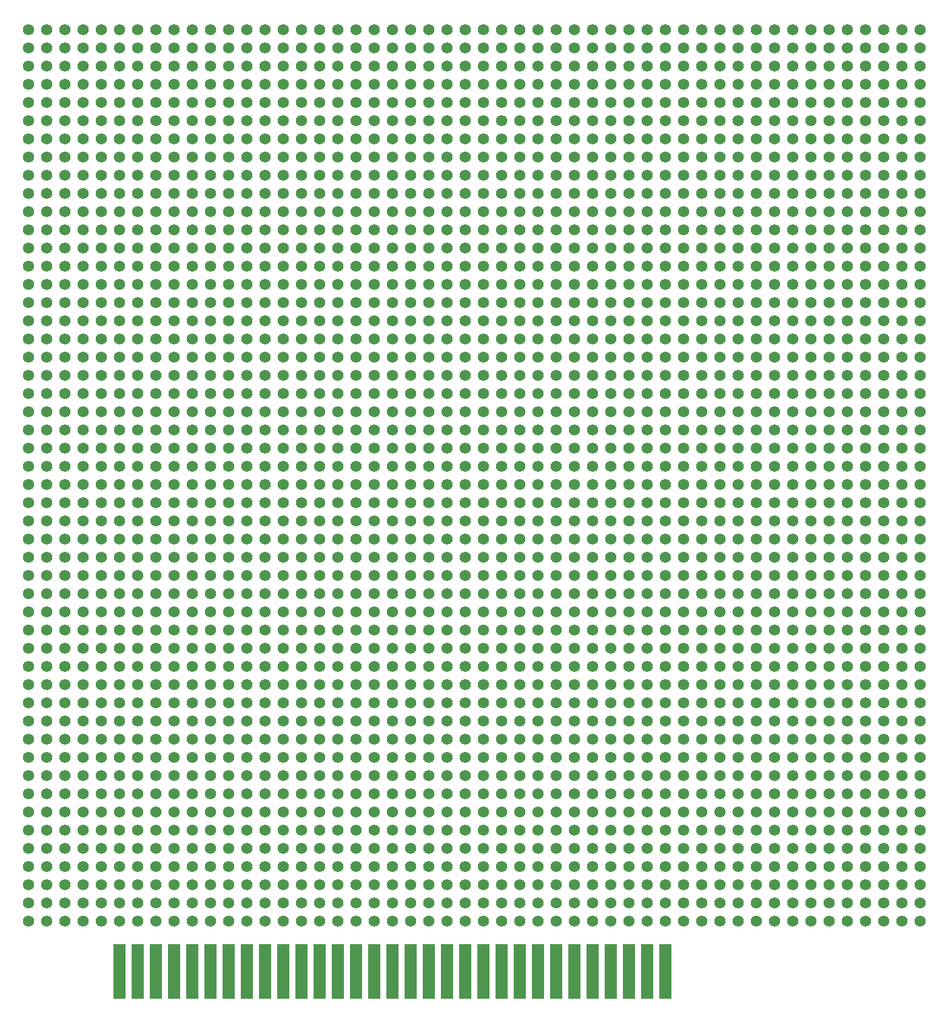
<source format=gbr>
%TF.GenerationSoftware,KiCad,Pcbnew,9.0.3*%
%TF.CreationDate,2026-01-20T13:20:06-07:00*%
%TF.ProjectId,Backplane,4261636b-706c-4616-9e65-2e6b69636164,rev?*%
%TF.SameCoordinates,Original*%
%TF.FileFunction,Soldermask,Top*%
%TF.FilePolarity,Negative*%
%FSLAX46Y46*%
G04 Gerber Fmt 4.6, Leading zero omitted, Abs format (unit mm)*
G04 Created by KiCad (PCBNEW 9.0.3) date 2026-01-20 13:20:06*
%MOMM*%
%LPD*%
G01*
G04 APERTURE LIST*
%ADD10R,1.780000X7.620000*%
%ADD11C,1.574800*%
G04 APERTURE END LIST*
D10*
%TO.C,REF\u002A\u002A*%
X38100000Y-177165000D03*
X40640000Y-177165000D03*
X43180000Y-177165000D03*
X45720000Y-177165000D03*
X48260000Y-177165000D03*
X50800000Y-177165000D03*
X53340000Y-177165000D03*
X55880000Y-177165000D03*
X58420000Y-177165000D03*
X60960000Y-177165000D03*
X63500000Y-177165000D03*
X66040000Y-177165000D03*
X68580000Y-177165000D03*
X71120000Y-177165000D03*
X73660000Y-177165000D03*
X76200000Y-177165000D03*
X78740000Y-177165000D03*
X81280000Y-177165000D03*
X83820000Y-177165000D03*
X86360000Y-177165000D03*
X88900000Y-177165000D03*
X91440000Y-177165000D03*
X93980000Y-177165000D03*
X96520000Y-177165000D03*
X99060000Y-177165000D03*
X101600000Y-177165000D03*
X104140000Y-177165000D03*
X106680000Y-177165000D03*
X109220000Y-177165000D03*
X111760000Y-177165000D03*
X114300000Y-177165000D03*
%TD*%
D11*
%TO.C,*%
X132080000Y-170180000D03*
%TD*%
%TO.C,*%
X142240000Y-170180000D03*
%TD*%
%TO.C,*%
X134620000Y-170180000D03*
%TD*%
%TO.C,*%
X149860000Y-170180000D03*
%TD*%
%TO.C,*%
X124460000Y-170180000D03*
%TD*%
%TO.C,*%
X119380000Y-170180000D03*
%TD*%
%TO.C,*%
X101600000Y-170180000D03*
%TD*%
%TO.C,*%
X147320000Y-170180000D03*
%TD*%
%TO.C,*%
X137160000Y-170180000D03*
%TD*%
%TO.C,*%
X144780000Y-170180000D03*
%TD*%
%TO.C,*%
X58420000Y-170180000D03*
%TD*%
%TO.C,*%
X93980000Y-170180000D03*
%TD*%
%TO.C,*%
X109220000Y-170180000D03*
%TD*%
%TO.C,*%
X76200000Y-170180000D03*
%TD*%
%TO.C,*%
X129540000Y-170180000D03*
%TD*%
%TO.C,*%
X83820000Y-170180000D03*
%TD*%
%TO.C,*%
X50800000Y-170180000D03*
%TD*%
%TO.C,*%
X88900000Y-170180000D03*
%TD*%
%TO.C,*%
X114300000Y-170180000D03*
%TD*%
%TO.C,*%
X104140000Y-170180000D03*
%TD*%
%TO.C,*%
X116840000Y-170180000D03*
%TD*%
%TO.C,*%
X127000000Y-170180000D03*
%TD*%
%TO.C,*%
X111760000Y-170180000D03*
%TD*%
%TO.C,*%
X99060000Y-170180000D03*
%TD*%
%TO.C,*%
X121920000Y-170180000D03*
%TD*%
%TO.C,*%
X139700000Y-170180000D03*
%TD*%
%TO.C,*%
X73660000Y-170180000D03*
%TD*%
%TO.C,*%
X86360000Y-170180000D03*
%TD*%
%TO.C,*%
X81280000Y-170180000D03*
%TD*%
%TO.C,*%
X96520000Y-170180000D03*
%TD*%
%TO.C,*%
X91440000Y-170180000D03*
%TD*%
%TO.C,*%
X60960000Y-170180000D03*
%TD*%
%TO.C,*%
X106680000Y-170180000D03*
%TD*%
%TO.C,*%
X78740000Y-170180000D03*
%TD*%
%TO.C,*%
X55880000Y-170180000D03*
%TD*%
%TO.C,*%
X43180000Y-170180000D03*
%TD*%
%TO.C,*%
X25400000Y-170180000D03*
%TD*%
%TO.C,*%
X30480000Y-170180000D03*
%TD*%
%TO.C,*%
X45720000Y-170180000D03*
%TD*%
%TO.C,*%
X66040000Y-170180000D03*
%TD*%
%TO.C,*%
X119380000Y-167640000D03*
%TD*%
%TO.C,*%
X149860000Y-167640000D03*
%TD*%
%TO.C,*%
X40640000Y-170180000D03*
%TD*%
%TO.C,*%
X53340000Y-170180000D03*
%TD*%
%TO.C,*%
X68580000Y-170180000D03*
%TD*%
%TO.C,*%
X71120000Y-170180000D03*
%TD*%
%TO.C,*%
X27940000Y-170180000D03*
%TD*%
%TO.C,*%
X101600000Y-167640000D03*
%TD*%
%TO.C,*%
X137160000Y-167640000D03*
%TD*%
%TO.C,*%
X132080000Y-167640000D03*
%TD*%
%TO.C,*%
X35560000Y-170180000D03*
%TD*%
%TO.C,*%
X147320000Y-167640000D03*
%TD*%
%TO.C,*%
X48260000Y-170180000D03*
%TD*%
%TO.C,*%
X33020000Y-170180000D03*
%TD*%
%TO.C,*%
X38100000Y-170180000D03*
%TD*%
%TO.C,*%
X63500000Y-170180000D03*
%TD*%
%TO.C,*%
X116840000Y-167640000D03*
%TD*%
%TO.C,*%
X142240000Y-167640000D03*
%TD*%
%TO.C,*%
X109220000Y-167640000D03*
%TD*%
%TO.C,*%
X88900000Y-167640000D03*
%TD*%
%TO.C,*%
X134620000Y-167640000D03*
%TD*%
%TO.C,*%
X124460000Y-167640000D03*
%TD*%
%TO.C,*%
X111760000Y-167640000D03*
%TD*%
%TO.C,*%
X129540000Y-167640000D03*
%TD*%
%TO.C,*%
X104140000Y-167640000D03*
%TD*%
%TO.C,*%
X99060000Y-167640000D03*
%TD*%
%TO.C,*%
X114300000Y-167640000D03*
%TD*%
%TO.C,*%
X121920000Y-167640000D03*
%TD*%
%TO.C,*%
X127000000Y-167640000D03*
%TD*%
%TO.C,*%
X139700000Y-167640000D03*
%TD*%
%TO.C,*%
X50800000Y-167640000D03*
%TD*%
%TO.C,*%
X93980000Y-167640000D03*
%TD*%
%TO.C,*%
X83820000Y-167640000D03*
%TD*%
%TO.C,*%
X144780000Y-167640000D03*
%TD*%
%TO.C,*%
X33020000Y-149860000D03*
%TD*%
%TO.C,*%
X38100000Y-149860000D03*
%TD*%
%TO.C,*%
X30480000Y-149860000D03*
%TD*%
%TO.C,*%
X45720000Y-149860000D03*
%TD*%
%TO.C,*%
X40640000Y-149860000D03*
%TD*%
%TO.C,*%
X25400000Y-149860000D03*
%TD*%
%TO.C,*%
X27940000Y-149860000D03*
%TD*%
%TO.C,*%
X63500000Y-149860000D03*
%TD*%
%TO.C,*%
X149860000Y-147320000D03*
%TD*%
%TO.C,*%
X60960000Y-149860000D03*
%TD*%
%TO.C,*%
X43180000Y-149860000D03*
%TD*%
%TO.C,*%
X106680000Y-149860000D03*
%TD*%
%TO.C,*%
X78740000Y-149860000D03*
%TD*%
%TO.C,*%
X48260000Y-149860000D03*
%TD*%
%TO.C,*%
X55880000Y-149860000D03*
%TD*%
%TO.C,*%
X71120000Y-149860000D03*
%TD*%
%TO.C,*%
X53340000Y-149860000D03*
%TD*%
%TO.C,*%
X35560000Y-149860000D03*
%TD*%
%TO.C,*%
X66040000Y-149860000D03*
%TD*%
%TO.C,*%
X119380000Y-147320000D03*
%TD*%
%TO.C,*%
X101600000Y-147320000D03*
%TD*%
%TO.C,*%
X137160000Y-147320000D03*
%TD*%
%TO.C,*%
X132080000Y-147320000D03*
%TD*%
%TO.C,*%
X147320000Y-147320000D03*
%TD*%
%TO.C,*%
X144780000Y-147320000D03*
%TD*%
%TO.C,*%
X142240000Y-147320000D03*
%TD*%
%TO.C,*%
X134620000Y-147320000D03*
%TD*%
%TO.C,*%
X124460000Y-147320000D03*
%TD*%
%TO.C,*%
X127000000Y-147320000D03*
%TD*%
%TO.C,*%
X111760000Y-147320000D03*
%TD*%
%TO.C,*%
X139700000Y-147320000D03*
%TD*%
%TO.C,*%
X109220000Y-147320000D03*
%TD*%
%TO.C,*%
X129540000Y-147320000D03*
%TD*%
%TO.C,*%
X114300000Y-147320000D03*
%TD*%
%TO.C,*%
X83820000Y-147320000D03*
%TD*%
%TO.C,*%
X50800000Y-147320000D03*
%TD*%
%TO.C,*%
X88900000Y-147320000D03*
%TD*%
%TO.C,*%
X121920000Y-147320000D03*
%TD*%
%TO.C,*%
X116840000Y-147320000D03*
%TD*%
%TO.C,*%
X104140000Y-147320000D03*
%TD*%
%TO.C,*%
X99060000Y-147320000D03*
%TD*%
%TO.C,*%
X93980000Y-147320000D03*
%TD*%
%TO.C,*%
X73660000Y-147320000D03*
%TD*%
%TO.C,*%
X76200000Y-147320000D03*
%TD*%
%TO.C,*%
X58420000Y-147320000D03*
%TD*%
%TO.C,*%
X68580000Y-147320000D03*
%TD*%
%TO.C,*%
X86360000Y-147320000D03*
%TD*%
%TO.C,*%
X81280000Y-147320000D03*
%TD*%
%TO.C,*%
X96520000Y-147320000D03*
%TD*%
%TO.C,*%
X91440000Y-147320000D03*
%TD*%
%TO.C,*%
X60960000Y-147320000D03*
%TD*%
%TO.C,*%
X106680000Y-147320000D03*
%TD*%
%TO.C,*%
X78740000Y-147320000D03*
%TD*%
%TO.C,*%
X55880000Y-147320000D03*
%TD*%
%TO.C,*%
X71120000Y-147320000D03*
%TD*%
%TO.C,*%
X53340000Y-147320000D03*
%TD*%
%TO.C,*%
X48260000Y-147320000D03*
%TD*%
%TO.C,*%
X43180000Y-147320000D03*
%TD*%
%TO.C,*%
X35560000Y-147320000D03*
%TD*%
%TO.C,*%
X33020000Y-147320000D03*
%TD*%
%TO.C,*%
X25400000Y-147320000D03*
%TD*%
%TO.C,*%
X38100000Y-147320000D03*
%TD*%
%TO.C,*%
X30480000Y-147320000D03*
%TD*%
%TO.C,*%
X63500000Y-147320000D03*
%TD*%
%TO.C,*%
X66040000Y-147320000D03*
%TD*%
%TO.C,*%
X45720000Y-147320000D03*
%TD*%
%TO.C,*%
X40640000Y-147320000D03*
%TD*%
%TO.C,*%
X27940000Y-147320000D03*
%TD*%
%TO.C,*%
X88900000Y-152400000D03*
%TD*%
%TO.C,*%
X121920000Y-152400000D03*
%TD*%
%TO.C,*%
X73660000Y-152400000D03*
%TD*%
%TO.C,*%
X104140000Y-152400000D03*
%TD*%
%TO.C,*%
X99060000Y-152400000D03*
%TD*%
%TO.C,*%
X116840000Y-152400000D03*
%TD*%
%TO.C,*%
X93980000Y-152400000D03*
%TD*%
%TO.C,*%
X43180000Y-152400000D03*
%TD*%
%TO.C,*%
X81280000Y-152400000D03*
%TD*%
%TO.C,*%
X58420000Y-152400000D03*
%TD*%
%TO.C,*%
X86360000Y-152400000D03*
%TD*%
%TO.C,*%
X96520000Y-152400000D03*
%TD*%
%TO.C,*%
X48260000Y-152400000D03*
%TD*%
%TO.C,*%
X60960000Y-152400000D03*
%TD*%
%TO.C,*%
X25400000Y-152400000D03*
%TD*%
%TO.C,*%
X53340000Y-152400000D03*
%TD*%
%TO.C,*%
X71120000Y-152400000D03*
%TD*%
%TO.C,*%
X55880000Y-152400000D03*
%TD*%
%TO.C,*%
X78740000Y-152400000D03*
%TD*%
%TO.C,*%
X106680000Y-152400000D03*
%TD*%
%TO.C,*%
X35560000Y-152400000D03*
%TD*%
%TO.C,*%
X38100000Y-152400000D03*
%TD*%
%TO.C,*%
X68580000Y-152400000D03*
%TD*%
%TO.C,*%
X91440000Y-152400000D03*
%TD*%
%TO.C,*%
X76200000Y-152400000D03*
%TD*%
%TO.C,*%
X33020000Y-152400000D03*
%TD*%
%TO.C,*%
X147320000Y-149860000D03*
%TD*%
%TO.C,*%
X144780000Y-149860000D03*
%TD*%
%TO.C,*%
X137160000Y-149860000D03*
%TD*%
%TO.C,*%
X132080000Y-149860000D03*
%TD*%
%TO.C,*%
X63500000Y-152400000D03*
%TD*%
%TO.C,*%
X66040000Y-152400000D03*
%TD*%
%TO.C,*%
X40640000Y-152400000D03*
%TD*%
%TO.C,*%
X134620000Y-149860000D03*
%TD*%
%TO.C,*%
X127000000Y-149860000D03*
%TD*%
%TO.C,*%
X45720000Y-152400000D03*
%TD*%
%TO.C,*%
X111760000Y-149860000D03*
%TD*%
%TO.C,*%
X149860000Y-149860000D03*
%TD*%
%TO.C,*%
X27940000Y-152400000D03*
%TD*%
%TO.C,*%
X142240000Y-149860000D03*
%TD*%
%TO.C,*%
X124460000Y-149860000D03*
%TD*%
%TO.C,*%
X119380000Y-149860000D03*
%TD*%
%TO.C,*%
X30480000Y-152400000D03*
%TD*%
%TO.C,*%
X101600000Y-149860000D03*
%TD*%
%TO.C,*%
X109220000Y-149860000D03*
%TD*%
%TO.C,*%
X116840000Y-149860000D03*
%TD*%
%TO.C,*%
X91440000Y-149860000D03*
%TD*%
%TO.C,*%
X73660000Y-149860000D03*
%TD*%
%TO.C,*%
X86360000Y-149860000D03*
%TD*%
%TO.C,*%
X58420000Y-149860000D03*
%TD*%
%TO.C,*%
X81280000Y-149860000D03*
%TD*%
%TO.C,*%
X96520000Y-149860000D03*
%TD*%
%TO.C,*%
X104140000Y-149860000D03*
%TD*%
%TO.C,*%
X76200000Y-149860000D03*
%TD*%
%TO.C,*%
X129540000Y-149860000D03*
%TD*%
%TO.C,*%
X121920000Y-149860000D03*
%TD*%
%TO.C,*%
X93980000Y-149860000D03*
%TD*%
%TO.C,*%
X68580000Y-149860000D03*
%TD*%
%TO.C,*%
X114300000Y-149860000D03*
%TD*%
%TO.C,*%
X88900000Y-149860000D03*
%TD*%
%TO.C,*%
X83820000Y-149860000D03*
%TD*%
%TO.C,*%
X139700000Y-149860000D03*
%TD*%
%TO.C,*%
X50800000Y-149860000D03*
%TD*%
%TO.C,*%
X99060000Y-149860000D03*
%TD*%
%TO.C,*%
X81280000Y-167640000D03*
%TD*%
%TO.C,*%
X43180000Y-167640000D03*
%TD*%
%TO.C,*%
X96520000Y-167640000D03*
%TD*%
%TO.C,*%
X106680000Y-167640000D03*
%TD*%
%TO.C,*%
X53340000Y-167640000D03*
%TD*%
%TO.C,*%
X71120000Y-167640000D03*
%TD*%
%TO.C,*%
X86360000Y-167640000D03*
%TD*%
%TO.C,*%
X33020000Y-167640000D03*
%TD*%
%TO.C,*%
X73660000Y-167640000D03*
%TD*%
%TO.C,*%
X76200000Y-167640000D03*
%TD*%
%TO.C,*%
X58420000Y-167640000D03*
%TD*%
%TO.C,*%
X91440000Y-167640000D03*
%TD*%
%TO.C,*%
X68580000Y-167640000D03*
%TD*%
%TO.C,*%
X60960000Y-167640000D03*
%TD*%
%TO.C,*%
X78740000Y-167640000D03*
%TD*%
%TO.C,*%
X48260000Y-167640000D03*
%TD*%
%TO.C,*%
X35560000Y-167640000D03*
%TD*%
%TO.C,*%
X25400000Y-167640000D03*
%TD*%
%TO.C,*%
X55880000Y-167640000D03*
%TD*%
%TO.C,*%
X101600000Y-165100000D03*
%TD*%
%TO.C,*%
X30480000Y-167640000D03*
%TD*%
%TO.C,*%
X119380000Y-165100000D03*
%TD*%
%TO.C,*%
X63500000Y-167640000D03*
%TD*%
%TO.C,*%
X137160000Y-165100000D03*
%TD*%
%TO.C,*%
X66040000Y-167640000D03*
%TD*%
%TO.C,*%
X144780000Y-165100000D03*
%TD*%
%TO.C,*%
X147320000Y-165100000D03*
%TD*%
%TO.C,*%
X142240000Y-165100000D03*
%TD*%
%TO.C,*%
X134620000Y-165100000D03*
%TD*%
%TO.C,*%
X38100000Y-167640000D03*
%TD*%
%TO.C,*%
X45720000Y-167640000D03*
%TD*%
%TO.C,*%
X149860000Y-165100000D03*
%TD*%
%TO.C,*%
X124460000Y-165100000D03*
%TD*%
%TO.C,*%
X27940000Y-167640000D03*
%TD*%
%TO.C,*%
X40640000Y-167640000D03*
%TD*%
%TO.C,*%
X132080000Y-165100000D03*
%TD*%
%TO.C,*%
X111760000Y-165100000D03*
%TD*%
%TO.C,*%
X139700000Y-165100000D03*
%TD*%
%TO.C,*%
X109220000Y-165100000D03*
%TD*%
%TO.C,*%
X99060000Y-165100000D03*
%TD*%
%TO.C,*%
X129540000Y-165100000D03*
%TD*%
%TO.C,*%
X83820000Y-165100000D03*
%TD*%
%TO.C,*%
X50800000Y-165100000D03*
%TD*%
%TO.C,*%
X58420000Y-165100000D03*
%TD*%
%TO.C,*%
X91440000Y-165100000D03*
%TD*%
%TO.C,*%
X86360000Y-165100000D03*
%TD*%
%TO.C,*%
X78740000Y-165100000D03*
%TD*%
%TO.C,*%
X81280000Y-165100000D03*
%TD*%
%TO.C,*%
X106680000Y-165100000D03*
%TD*%
%TO.C,*%
X116840000Y-165100000D03*
%TD*%
%TO.C,*%
X104140000Y-165100000D03*
%TD*%
%TO.C,*%
X88900000Y-165100000D03*
%TD*%
%TO.C,*%
X121920000Y-165100000D03*
%TD*%
%TO.C,*%
X127000000Y-165100000D03*
%TD*%
%TO.C,*%
X114300000Y-165100000D03*
%TD*%
%TO.C,*%
X73660000Y-165100000D03*
%TD*%
%TO.C,*%
X68580000Y-165100000D03*
%TD*%
%TO.C,*%
X60960000Y-165100000D03*
%TD*%
%TO.C,*%
X55880000Y-165100000D03*
%TD*%
%TO.C,*%
X93980000Y-165100000D03*
%TD*%
%TO.C,*%
X76200000Y-165100000D03*
%TD*%
%TO.C,*%
X96520000Y-165100000D03*
%TD*%
%TO.C,*%
X48260000Y-165100000D03*
%TD*%
%TO.C,*%
X66040000Y-165100000D03*
%TD*%
%TO.C,*%
X147320000Y-162560000D03*
%TD*%
%TO.C,*%
X25400000Y-165100000D03*
%TD*%
%TO.C,*%
X30480000Y-165100000D03*
%TD*%
%TO.C,*%
X63500000Y-165100000D03*
%TD*%
%TO.C,*%
X137160000Y-162560000D03*
%TD*%
%TO.C,*%
X38100000Y-165100000D03*
%TD*%
%TO.C,*%
X119380000Y-162560000D03*
%TD*%
%TO.C,*%
X45720000Y-165100000D03*
%TD*%
%TO.C,*%
X35560000Y-165100000D03*
%TD*%
%TO.C,*%
X40640000Y-165100000D03*
%TD*%
%TO.C,*%
X149860000Y-162560000D03*
%TD*%
%TO.C,*%
X53340000Y-165100000D03*
%TD*%
%TO.C,*%
X43180000Y-165100000D03*
%TD*%
%TO.C,*%
X101600000Y-162560000D03*
%TD*%
%TO.C,*%
X27940000Y-165100000D03*
%TD*%
%TO.C,*%
X71120000Y-165100000D03*
%TD*%
%TO.C,*%
X33020000Y-165100000D03*
%TD*%
%TO.C,*%
X132080000Y-162560000D03*
%TD*%
%TO.C,*%
X144780000Y-162560000D03*
%TD*%
%TO.C,*%
X142240000Y-162560000D03*
%TD*%
%TO.C,*%
X127000000Y-162560000D03*
%TD*%
%TO.C,*%
X139700000Y-162560000D03*
%TD*%
%TO.C,*%
X83820000Y-162560000D03*
%TD*%
%TO.C,*%
X104140000Y-162560000D03*
%TD*%
%TO.C,*%
X73660000Y-162560000D03*
%TD*%
%TO.C,*%
X58420000Y-162560000D03*
%TD*%
%TO.C,*%
X86360000Y-162560000D03*
%TD*%
%TO.C,*%
X68580000Y-162560000D03*
%TD*%
%TO.C,*%
X124460000Y-162560000D03*
%TD*%
%TO.C,*%
X111760000Y-162560000D03*
%TD*%
%TO.C,*%
X129540000Y-162560000D03*
%TD*%
%TO.C,*%
X109220000Y-162560000D03*
%TD*%
%TO.C,*%
X76200000Y-162560000D03*
%TD*%
%TO.C,*%
X88900000Y-162560000D03*
%TD*%
%TO.C,*%
X114300000Y-162560000D03*
%TD*%
%TO.C,*%
X50800000Y-162560000D03*
%TD*%
%TO.C,*%
X116840000Y-162560000D03*
%TD*%
%TO.C,*%
X134620000Y-162560000D03*
%TD*%
%TO.C,*%
X121920000Y-162560000D03*
%TD*%
%TO.C,*%
X81280000Y-162560000D03*
%TD*%
%TO.C,*%
X99060000Y-162560000D03*
%TD*%
%TO.C,*%
X93980000Y-162560000D03*
%TD*%
%TO.C,*%
X91440000Y-162560000D03*
%TD*%
%TO.C,*%
X60960000Y-162560000D03*
%TD*%
%TO.C,*%
X78740000Y-162560000D03*
%TD*%
%TO.C,*%
X106680000Y-162560000D03*
%TD*%
%TO.C,*%
X53340000Y-162560000D03*
%TD*%
%TO.C,*%
X43180000Y-162560000D03*
%TD*%
%TO.C,*%
X55880000Y-162560000D03*
%TD*%
%TO.C,*%
X48260000Y-162560000D03*
%TD*%
%TO.C,*%
X33020000Y-162560000D03*
%TD*%
%TO.C,*%
X35560000Y-162560000D03*
%TD*%
%TO.C,*%
X25400000Y-162560000D03*
%TD*%
%TO.C,*%
X30480000Y-162560000D03*
%TD*%
%TO.C,*%
X38100000Y-162560000D03*
%TD*%
%TO.C,*%
X149860000Y-160020000D03*
%TD*%
%TO.C,*%
X101600000Y-160020000D03*
%TD*%
%TO.C,*%
X137160000Y-160020000D03*
%TD*%
%TO.C,*%
X71120000Y-162560000D03*
%TD*%
%TO.C,*%
X96520000Y-162560000D03*
%TD*%
%TO.C,*%
X66040000Y-162560000D03*
%TD*%
%TO.C,*%
X27940000Y-162560000D03*
%TD*%
%TO.C,*%
X45720000Y-162560000D03*
%TD*%
%TO.C,*%
X40640000Y-162560000D03*
%TD*%
%TO.C,*%
X144780000Y-160020000D03*
%TD*%
%TO.C,*%
X139700000Y-160020000D03*
%TD*%
%TO.C,*%
X109220000Y-160020000D03*
%TD*%
%TO.C,*%
X129540000Y-160020000D03*
%TD*%
%TO.C,*%
X114300000Y-160020000D03*
%TD*%
%TO.C,*%
X50800000Y-160020000D03*
%TD*%
%TO.C,*%
X116840000Y-160020000D03*
%TD*%
%TO.C,*%
X88900000Y-160020000D03*
%TD*%
%TO.C,*%
X63500000Y-162560000D03*
%TD*%
%TO.C,*%
X119380000Y-160020000D03*
%TD*%
%TO.C,*%
X134620000Y-160020000D03*
%TD*%
%TO.C,*%
X124460000Y-160020000D03*
%TD*%
%TO.C,*%
X83820000Y-160020000D03*
%TD*%
%TO.C,*%
X127000000Y-160020000D03*
%TD*%
%TO.C,*%
X111760000Y-160020000D03*
%TD*%
%TO.C,*%
X132080000Y-160020000D03*
%TD*%
%TO.C,*%
X121920000Y-160020000D03*
%TD*%
%TO.C,*%
X147320000Y-160020000D03*
%TD*%
%TO.C,*%
X142240000Y-160020000D03*
%TD*%
%TO.C,*%
X76200000Y-160020000D03*
%TD*%
%TO.C,*%
X53340000Y-160020000D03*
%TD*%
%TO.C,*%
X48260000Y-160020000D03*
%TD*%
%TO.C,*%
X96520000Y-160020000D03*
%TD*%
%TO.C,*%
X99060000Y-160020000D03*
%TD*%
%TO.C,*%
X73660000Y-160020000D03*
%TD*%
%TO.C,*%
X60960000Y-160020000D03*
%TD*%
%TO.C,*%
X58420000Y-160020000D03*
%TD*%
%TO.C,*%
X106680000Y-160020000D03*
%TD*%
%TO.C,*%
X81280000Y-160020000D03*
%TD*%
%TO.C,*%
X55880000Y-160020000D03*
%TD*%
%TO.C,*%
X91440000Y-160020000D03*
%TD*%
%TO.C,*%
X71120000Y-160020000D03*
%TD*%
%TO.C,*%
X86360000Y-160020000D03*
%TD*%
%TO.C,*%
X43180000Y-160020000D03*
%TD*%
%TO.C,*%
X104140000Y-160020000D03*
%TD*%
%TO.C,*%
X78740000Y-160020000D03*
%TD*%
%TO.C,*%
X93980000Y-160020000D03*
%TD*%
%TO.C,*%
X68580000Y-160020000D03*
%TD*%
%TO.C,*%
X25400000Y-160020000D03*
%TD*%
%TO.C,*%
X40640000Y-160020000D03*
%TD*%
%TO.C,*%
X63500000Y-160020000D03*
%TD*%
%TO.C,*%
X132080000Y-157480000D03*
%TD*%
%TO.C,*%
X45720000Y-160020000D03*
%TD*%
%TO.C,*%
X27940000Y-160020000D03*
%TD*%
%TO.C,*%
X144780000Y-157480000D03*
%TD*%
%TO.C,*%
X137160000Y-157480000D03*
%TD*%
%TO.C,*%
X30480000Y-160020000D03*
%TD*%
%TO.C,*%
X66040000Y-160020000D03*
%TD*%
%TO.C,*%
X134620000Y-157480000D03*
%TD*%
%TO.C,*%
X147320000Y-157480000D03*
%TD*%
%TO.C,*%
X142240000Y-157480000D03*
%TD*%
%TO.C,*%
X119380000Y-157480000D03*
%TD*%
%TO.C,*%
X149860000Y-157480000D03*
%TD*%
%TO.C,*%
X101600000Y-157480000D03*
%TD*%
%TO.C,*%
X35560000Y-160020000D03*
%TD*%
%TO.C,*%
X33020000Y-160020000D03*
%TD*%
%TO.C,*%
X38100000Y-160020000D03*
%TD*%
%TO.C,*%
X50800000Y-157480000D03*
%TD*%
%TO.C,*%
X76200000Y-157480000D03*
%TD*%
%TO.C,*%
X127000000Y-157480000D03*
%TD*%
%TO.C,*%
X139700000Y-157480000D03*
%TD*%
%TO.C,*%
X99060000Y-157480000D03*
%TD*%
%TO.C,*%
X129540000Y-157480000D03*
%TD*%
%TO.C,*%
X83820000Y-157480000D03*
%TD*%
%TO.C,*%
X121920000Y-157480000D03*
%TD*%
%TO.C,*%
X104140000Y-157480000D03*
%TD*%
%TO.C,*%
X111760000Y-157480000D03*
%TD*%
%TO.C,*%
X109220000Y-157480000D03*
%TD*%
%TO.C,*%
X114300000Y-157480000D03*
%TD*%
%TO.C,*%
X116840000Y-157480000D03*
%TD*%
%TO.C,*%
X93980000Y-157480000D03*
%TD*%
%TO.C,*%
X58420000Y-157480000D03*
%TD*%
%TO.C,*%
X88900000Y-157480000D03*
%TD*%
%TO.C,*%
X73660000Y-157480000D03*
%TD*%
%TO.C,*%
X124460000Y-157480000D03*
%TD*%
%TO.C,*%
X91440000Y-157480000D03*
%TD*%
%TO.C,*%
X60960000Y-157480000D03*
%TD*%
%TO.C,*%
X81280000Y-157480000D03*
%TD*%
%TO.C,*%
X96520000Y-157480000D03*
%TD*%
%TO.C,*%
X55880000Y-157480000D03*
%TD*%
%TO.C,*%
X106680000Y-157480000D03*
%TD*%
%TO.C,*%
X78740000Y-157480000D03*
%TD*%
%TO.C,*%
X71120000Y-157480000D03*
%TD*%
%TO.C,*%
X48260000Y-157480000D03*
%TD*%
%TO.C,*%
X27940000Y-157480000D03*
%TD*%
%TO.C,*%
X137160000Y-154940000D03*
%TD*%
%TO.C,*%
X25400000Y-157480000D03*
%TD*%
%TO.C,*%
X86360000Y-157480000D03*
%TD*%
%TO.C,*%
X35560000Y-157480000D03*
%TD*%
%TO.C,*%
X33020000Y-157480000D03*
%TD*%
%TO.C,*%
X63500000Y-157480000D03*
%TD*%
%TO.C,*%
X53340000Y-157480000D03*
%TD*%
%TO.C,*%
X68580000Y-157480000D03*
%TD*%
%TO.C,*%
X66040000Y-157480000D03*
%TD*%
%TO.C,*%
X40640000Y-157480000D03*
%TD*%
%TO.C,*%
X119380000Y-154940000D03*
%TD*%
%TO.C,*%
X43180000Y-157480000D03*
%TD*%
%TO.C,*%
X149860000Y-154940000D03*
%TD*%
%TO.C,*%
X30480000Y-157480000D03*
%TD*%
%TO.C,*%
X45720000Y-157480000D03*
%TD*%
%TO.C,*%
X101600000Y-154940000D03*
%TD*%
%TO.C,*%
X38100000Y-157480000D03*
%TD*%
%TO.C,*%
X132080000Y-154940000D03*
%TD*%
%TO.C,*%
X147320000Y-154940000D03*
%TD*%
%TO.C,*%
X142240000Y-154940000D03*
%TD*%
%TO.C,*%
X127000000Y-154940000D03*
%TD*%
%TO.C,*%
X50800000Y-154940000D03*
%TD*%
%TO.C,*%
X111760000Y-154940000D03*
%TD*%
%TO.C,*%
X139700000Y-154940000D03*
%TD*%
%TO.C,*%
X129540000Y-154940000D03*
%TD*%
%TO.C,*%
X109220000Y-154940000D03*
%TD*%
%TO.C,*%
X83820000Y-154940000D03*
%TD*%
%TO.C,*%
X114300000Y-154940000D03*
%TD*%
%TO.C,*%
X121920000Y-154940000D03*
%TD*%
%TO.C,*%
X91440000Y-154940000D03*
%TD*%
%TO.C,*%
X96520000Y-154940000D03*
%TD*%
%TO.C,*%
X55880000Y-154940000D03*
%TD*%
%TO.C,*%
X116840000Y-154940000D03*
%TD*%
%TO.C,*%
X104140000Y-154940000D03*
%TD*%
%TO.C,*%
X99060000Y-154940000D03*
%TD*%
%TO.C,*%
X124460000Y-154940000D03*
%TD*%
%TO.C,*%
X144780000Y-154940000D03*
%TD*%
%TO.C,*%
X134620000Y-154940000D03*
%TD*%
%TO.C,*%
X93980000Y-154940000D03*
%TD*%
%TO.C,*%
X73660000Y-154940000D03*
%TD*%
%TO.C,*%
X58420000Y-154940000D03*
%TD*%
%TO.C,*%
X68580000Y-154940000D03*
%TD*%
%TO.C,*%
X81280000Y-154940000D03*
%TD*%
%TO.C,*%
X60960000Y-154940000D03*
%TD*%
%TO.C,*%
X76200000Y-154940000D03*
%TD*%
%TO.C,*%
X88900000Y-154940000D03*
%TD*%
%TO.C,*%
X86360000Y-154940000D03*
%TD*%
%TO.C,*%
X78740000Y-154940000D03*
%TD*%
%TO.C,*%
X106680000Y-154940000D03*
%TD*%
%TO.C,*%
X53340000Y-154940000D03*
%TD*%
%TO.C,*%
X40640000Y-154940000D03*
%TD*%
%TO.C,*%
X35560000Y-154940000D03*
%TD*%
%TO.C,*%
X25400000Y-154940000D03*
%TD*%
%TO.C,*%
X27940000Y-154940000D03*
%TD*%
%TO.C,*%
X119380000Y-152400000D03*
%TD*%
%TO.C,*%
X63500000Y-154940000D03*
%TD*%
%TO.C,*%
X66040000Y-154940000D03*
%TD*%
%TO.C,*%
X43180000Y-154940000D03*
%TD*%
%TO.C,*%
X45720000Y-154940000D03*
%TD*%
%TO.C,*%
X33020000Y-154940000D03*
%TD*%
%TO.C,*%
X38100000Y-154940000D03*
%TD*%
%TO.C,*%
X149860000Y-152400000D03*
%TD*%
%TO.C,*%
X30480000Y-154940000D03*
%TD*%
%TO.C,*%
X109220000Y-152400000D03*
%TD*%
%TO.C,*%
X129540000Y-152400000D03*
%TD*%
%TO.C,*%
X83820000Y-152400000D03*
%TD*%
%TO.C,*%
X71120000Y-154940000D03*
%TD*%
%TO.C,*%
X48260000Y-154940000D03*
%TD*%
%TO.C,*%
X132080000Y-152400000D03*
%TD*%
%TO.C,*%
X147320000Y-152400000D03*
%TD*%
%TO.C,*%
X144780000Y-152400000D03*
%TD*%
%TO.C,*%
X142240000Y-152400000D03*
%TD*%
%TO.C,*%
X134620000Y-152400000D03*
%TD*%
%TO.C,*%
X124460000Y-152400000D03*
%TD*%
%TO.C,*%
X50800000Y-152400000D03*
%TD*%
%TO.C,*%
X127000000Y-152400000D03*
%TD*%
%TO.C,*%
X111760000Y-152400000D03*
%TD*%
%TO.C,*%
X139700000Y-152400000D03*
%TD*%
%TO.C,*%
X114300000Y-152400000D03*
%TD*%
%TO.C,*%
X137160000Y-152400000D03*
%TD*%
%TO.C,*%
X101600000Y-152400000D03*
%TD*%
%TO.C,*%
X132080000Y-144780000D03*
%TD*%
%TO.C,*%
X142240000Y-144780000D03*
%TD*%
%TO.C,*%
X134620000Y-144780000D03*
%TD*%
%TO.C,*%
X149860000Y-144780000D03*
%TD*%
%TO.C,*%
X124460000Y-144780000D03*
%TD*%
%TO.C,*%
X119380000Y-144780000D03*
%TD*%
%TO.C,*%
X101600000Y-144780000D03*
%TD*%
%TO.C,*%
X147320000Y-144780000D03*
%TD*%
%TO.C,*%
X137160000Y-144780000D03*
%TD*%
%TO.C,*%
X144780000Y-144780000D03*
%TD*%
%TO.C,*%
X58420000Y-144780000D03*
%TD*%
%TO.C,*%
X93980000Y-144780000D03*
%TD*%
%TO.C,*%
X109220000Y-144780000D03*
%TD*%
%TO.C,*%
X76200000Y-144780000D03*
%TD*%
%TO.C,*%
X129540000Y-144780000D03*
%TD*%
%TO.C,*%
X83820000Y-144780000D03*
%TD*%
%TO.C,*%
X50800000Y-144780000D03*
%TD*%
%TO.C,*%
X88900000Y-144780000D03*
%TD*%
%TO.C,*%
X114300000Y-144780000D03*
%TD*%
%TO.C,*%
X104140000Y-144780000D03*
%TD*%
%TO.C,*%
X116840000Y-144780000D03*
%TD*%
%TO.C,*%
X127000000Y-144780000D03*
%TD*%
%TO.C,*%
X111760000Y-144780000D03*
%TD*%
%TO.C,*%
X99060000Y-144780000D03*
%TD*%
%TO.C,*%
X121920000Y-144780000D03*
%TD*%
%TO.C,*%
X139700000Y-144780000D03*
%TD*%
%TO.C,*%
X73660000Y-144780000D03*
%TD*%
%TO.C,*%
X86360000Y-144780000D03*
%TD*%
%TO.C,*%
X81280000Y-144780000D03*
%TD*%
%TO.C,*%
X96520000Y-144780000D03*
%TD*%
%TO.C,*%
X91440000Y-144780000D03*
%TD*%
%TO.C,*%
X60960000Y-144780000D03*
%TD*%
%TO.C,*%
X106680000Y-144780000D03*
%TD*%
%TO.C,*%
X78740000Y-144780000D03*
%TD*%
%TO.C,*%
X55880000Y-144780000D03*
%TD*%
%TO.C,*%
X43180000Y-144780000D03*
%TD*%
%TO.C,*%
X25400000Y-144780000D03*
%TD*%
%TO.C,*%
X30480000Y-144780000D03*
%TD*%
%TO.C,*%
X45720000Y-144780000D03*
%TD*%
%TO.C,*%
X66040000Y-144780000D03*
%TD*%
%TO.C,*%
X119380000Y-142240000D03*
%TD*%
%TO.C,*%
X149860000Y-142240000D03*
%TD*%
%TO.C,*%
X40640000Y-144780000D03*
%TD*%
%TO.C,*%
X53340000Y-144780000D03*
%TD*%
%TO.C,*%
X68580000Y-144780000D03*
%TD*%
%TO.C,*%
X71120000Y-144780000D03*
%TD*%
%TO.C,*%
X27940000Y-144780000D03*
%TD*%
%TO.C,*%
X101600000Y-142240000D03*
%TD*%
%TO.C,*%
X137160000Y-142240000D03*
%TD*%
%TO.C,*%
X132080000Y-142240000D03*
%TD*%
%TO.C,*%
X35560000Y-144780000D03*
%TD*%
%TO.C,*%
X147320000Y-142240000D03*
%TD*%
%TO.C,*%
X48260000Y-144780000D03*
%TD*%
%TO.C,*%
X33020000Y-144780000D03*
%TD*%
%TO.C,*%
X38100000Y-144780000D03*
%TD*%
%TO.C,*%
X63500000Y-144780000D03*
%TD*%
%TO.C,*%
X116840000Y-142240000D03*
%TD*%
%TO.C,*%
X142240000Y-142240000D03*
%TD*%
%TO.C,*%
X109220000Y-142240000D03*
%TD*%
%TO.C,*%
X88900000Y-142240000D03*
%TD*%
%TO.C,*%
X134620000Y-142240000D03*
%TD*%
%TO.C,*%
X124460000Y-142240000D03*
%TD*%
%TO.C,*%
X111760000Y-142240000D03*
%TD*%
%TO.C,*%
X129540000Y-142240000D03*
%TD*%
%TO.C,*%
X104140000Y-142240000D03*
%TD*%
%TO.C,*%
X99060000Y-142240000D03*
%TD*%
%TO.C,*%
X114300000Y-142240000D03*
%TD*%
%TO.C,*%
X121920000Y-142240000D03*
%TD*%
%TO.C,*%
X127000000Y-142240000D03*
%TD*%
%TO.C,*%
X139700000Y-142240000D03*
%TD*%
%TO.C,*%
X50800000Y-142240000D03*
%TD*%
%TO.C,*%
X93980000Y-142240000D03*
%TD*%
%TO.C,*%
X83820000Y-142240000D03*
%TD*%
%TO.C,*%
X144780000Y-142240000D03*
%TD*%
%TO.C,*%
X33020000Y-124460000D03*
%TD*%
%TO.C,*%
X38100000Y-124460000D03*
%TD*%
%TO.C,*%
X30480000Y-124460000D03*
%TD*%
%TO.C,*%
X45720000Y-124460000D03*
%TD*%
%TO.C,*%
X40640000Y-124460000D03*
%TD*%
%TO.C,*%
X25400000Y-124460000D03*
%TD*%
%TO.C,*%
X27940000Y-124460000D03*
%TD*%
%TO.C,*%
X63500000Y-124460000D03*
%TD*%
%TO.C,*%
X149860000Y-121920000D03*
%TD*%
%TO.C,*%
X60960000Y-124460000D03*
%TD*%
%TO.C,*%
X43180000Y-124460000D03*
%TD*%
%TO.C,*%
X106680000Y-124460000D03*
%TD*%
%TO.C,*%
X78740000Y-124460000D03*
%TD*%
%TO.C,*%
X48260000Y-124460000D03*
%TD*%
%TO.C,*%
X55880000Y-124460000D03*
%TD*%
%TO.C,*%
X71120000Y-124460000D03*
%TD*%
%TO.C,*%
X53340000Y-124460000D03*
%TD*%
%TO.C,*%
X35560000Y-124460000D03*
%TD*%
%TO.C,*%
X66040000Y-124460000D03*
%TD*%
%TO.C,*%
X119380000Y-121920000D03*
%TD*%
%TO.C,*%
X101600000Y-121920000D03*
%TD*%
%TO.C,*%
X137160000Y-121920000D03*
%TD*%
%TO.C,*%
X132080000Y-121920000D03*
%TD*%
%TO.C,*%
X147320000Y-121920000D03*
%TD*%
%TO.C,*%
X144780000Y-121920000D03*
%TD*%
%TO.C,*%
X142240000Y-121920000D03*
%TD*%
%TO.C,*%
X134620000Y-121920000D03*
%TD*%
%TO.C,*%
X124460000Y-121920000D03*
%TD*%
%TO.C,*%
X127000000Y-121920000D03*
%TD*%
%TO.C,*%
X111760000Y-121920000D03*
%TD*%
%TO.C,*%
X139700000Y-121920000D03*
%TD*%
%TO.C,*%
X109220000Y-121920000D03*
%TD*%
%TO.C,*%
X129540000Y-121920000D03*
%TD*%
%TO.C,*%
X114300000Y-121920000D03*
%TD*%
%TO.C,*%
X83820000Y-121920000D03*
%TD*%
%TO.C,*%
X50800000Y-121920000D03*
%TD*%
%TO.C,*%
X88900000Y-121920000D03*
%TD*%
%TO.C,*%
X121920000Y-121920000D03*
%TD*%
%TO.C,*%
X116840000Y-121920000D03*
%TD*%
%TO.C,*%
X104140000Y-121920000D03*
%TD*%
%TO.C,*%
X99060000Y-121920000D03*
%TD*%
%TO.C,*%
X93980000Y-121920000D03*
%TD*%
%TO.C,*%
X73660000Y-121920000D03*
%TD*%
%TO.C,*%
X76200000Y-121920000D03*
%TD*%
%TO.C,*%
X58420000Y-121920000D03*
%TD*%
%TO.C,*%
X68580000Y-121920000D03*
%TD*%
%TO.C,*%
X86360000Y-121920000D03*
%TD*%
%TO.C,*%
X81280000Y-121920000D03*
%TD*%
%TO.C,*%
X96520000Y-121920000D03*
%TD*%
%TO.C,*%
X91440000Y-121920000D03*
%TD*%
%TO.C,*%
X60960000Y-121920000D03*
%TD*%
%TO.C,*%
X106680000Y-121920000D03*
%TD*%
%TO.C,*%
X78740000Y-121920000D03*
%TD*%
%TO.C,*%
X55880000Y-121920000D03*
%TD*%
%TO.C,*%
X71120000Y-121920000D03*
%TD*%
%TO.C,*%
X53340000Y-121920000D03*
%TD*%
%TO.C,*%
X48260000Y-121920000D03*
%TD*%
%TO.C,*%
X43180000Y-121920000D03*
%TD*%
%TO.C,*%
X35560000Y-121920000D03*
%TD*%
%TO.C,*%
X33020000Y-121920000D03*
%TD*%
%TO.C,*%
X25400000Y-121920000D03*
%TD*%
%TO.C,*%
X38100000Y-121920000D03*
%TD*%
%TO.C,*%
X30480000Y-121920000D03*
%TD*%
%TO.C,*%
X63500000Y-121920000D03*
%TD*%
%TO.C,*%
X66040000Y-121920000D03*
%TD*%
%TO.C,*%
X45720000Y-121920000D03*
%TD*%
%TO.C,*%
X40640000Y-121920000D03*
%TD*%
%TO.C,*%
X27940000Y-121920000D03*
%TD*%
%TO.C,*%
X88900000Y-127000000D03*
%TD*%
%TO.C,*%
X121920000Y-127000000D03*
%TD*%
%TO.C,*%
X73660000Y-127000000D03*
%TD*%
%TO.C,*%
X104140000Y-127000000D03*
%TD*%
%TO.C,*%
X99060000Y-127000000D03*
%TD*%
%TO.C,*%
X116840000Y-127000000D03*
%TD*%
%TO.C,*%
X93980000Y-127000000D03*
%TD*%
%TO.C,*%
X43180000Y-127000000D03*
%TD*%
%TO.C,*%
X81280000Y-127000000D03*
%TD*%
%TO.C,*%
X58420000Y-127000000D03*
%TD*%
%TO.C,*%
X86360000Y-127000000D03*
%TD*%
%TO.C,*%
X96520000Y-127000000D03*
%TD*%
%TO.C,*%
X48260000Y-127000000D03*
%TD*%
%TO.C,*%
X60960000Y-127000000D03*
%TD*%
%TO.C,*%
X25400000Y-127000000D03*
%TD*%
%TO.C,*%
X53340000Y-127000000D03*
%TD*%
%TO.C,*%
X71120000Y-127000000D03*
%TD*%
%TO.C,*%
X55880000Y-127000000D03*
%TD*%
%TO.C,*%
X78740000Y-127000000D03*
%TD*%
%TO.C,*%
X106680000Y-127000000D03*
%TD*%
%TO.C,*%
X35560000Y-127000000D03*
%TD*%
%TO.C,*%
X38100000Y-127000000D03*
%TD*%
%TO.C,*%
X68580000Y-127000000D03*
%TD*%
%TO.C,*%
X91440000Y-127000000D03*
%TD*%
%TO.C,*%
X76200000Y-127000000D03*
%TD*%
%TO.C,*%
X33020000Y-127000000D03*
%TD*%
%TO.C,*%
X147320000Y-124460000D03*
%TD*%
%TO.C,*%
X144780000Y-124460000D03*
%TD*%
%TO.C,*%
X137160000Y-124460000D03*
%TD*%
%TO.C,*%
X132080000Y-124460000D03*
%TD*%
%TO.C,*%
X63500000Y-127000000D03*
%TD*%
%TO.C,*%
X66040000Y-127000000D03*
%TD*%
%TO.C,*%
X40640000Y-127000000D03*
%TD*%
%TO.C,*%
X134620000Y-124460000D03*
%TD*%
%TO.C,*%
X127000000Y-124460000D03*
%TD*%
%TO.C,*%
X45720000Y-127000000D03*
%TD*%
%TO.C,*%
X111760000Y-124460000D03*
%TD*%
%TO.C,*%
X149860000Y-124460000D03*
%TD*%
%TO.C,*%
X27940000Y-127000000D03*
%TD*%
%TO.C,*%
X142240000Y-124460000D03*
%TD*%
%TO.C,*%
X124460000Y-124460000D03*
%TD*%
%TO.C,*%
X119380000Y-124460000D03*
%TD*%
%TO.C,*%
X30480000Y-127000000D03*
%TD*%
%TO.C,*%
X101600000Y-124460000D03*
%TD*%
%TO.C,*%
X109220000Y-124460000D03*
%TD*%
%TO.C,*%
X116840000Y-124460000D03*
%TD*%
%TO.C,*%
X91440000Y-124460000D03*
%TD*%
%TO.C,*%
X73660000Y-124460000D03*
%TD*%
%TO.C,*%
X86360000Y-124460000D03*
%TD*%
%TO.C,*%
X58420000Y-124460000D03*
%TD*%
%TO.C,*%
X81280000Y-124460000D03*
%TD*%
%TO.C,*%
X96520000Y-124460000D03*
%TD*%
%TO.C,*%
X104140000Y-124460000D03*
%TD*%
%TO.C,*%
X76200000Y-124460000D03*
%TD*%
%TO.C,*%
X129540000Y-124460000D03*
%TD*%
%TO.C,*%
X121920000Y-124460000D03*
%TD*%
%TO.C,*%
X93980000Y-124460000D03*
%TD*%
%TO.C,*%
X68580000Y-124460000D03*
%TD*%
%TO.C,*%
X114300000Y-124460000D03*
%TD*%
%TO.C,*%
X88900000Y-124460000D03*
%TD*%
%TO.C,*%
X83820000Y-124460000D03*
%TD*%
%TO.C,*%
X139700000Y-124460000D03*
%TD*%
%TO.C,*%
X50800000Y-124460000D03*
%TD*%
%TO.C,*%
X99060000Y-124460000D03*
%TD*%
%TO.C,*%
X81280000Y-142240000D03*
%TD*%
%TO.C,*%
X43180000Y-142240000D03*
%TD*%
%TO.C,*%
X96520000Y-142240000D03*
%TD*%
%TO.C,*%
X106680000Y-142240000D03*
%TD*%
%TO.C,*%
X53340000Y-142240000D03*
%TD*%
%TO.C,*%
X71120000Y-142240000D03*
%TD*%
%TO.C,*%
X86360000Y-142240000D03*
%TD*%
%TO.C,*%
X33020000Y-142240000D03*
%TD*%
%TO.C,*%
X73660000Y-142240000D03*
%TD*%
%TO.C,*%
X76200000Y-142240000D03*
%TD*%
%TO.C,*%
X58420000Y-142240000D03*
%TD*%
%TO.C,*%
X91440000Y-142240000D03*
%TD*%
%TO.C,*%
X68580000Y-142240000D03*
%TD*%
%TO.C,*%
X60960000Y-142240000D03*
%TD*%
%TO.C,*%
X78740000Y-142240000D03*
%TD*%
%TO.C,*%
X48260000Y-142240000D03*
%TD*%
%TO.C,*%
X35560000Y-142240000D03*
%TD*%
%TO.C,*%
X25400000Y-142240000D03*
%TD*%
%TO.C,*%
X55880000Y-142240000D03*
%TD*%
%TO.C,*%
X101600000Y-139700000D03*
%TD*%
%TO.C,*%
X30480000Y-142240000D03*
%TD*%
%TO.C,*%
X119380000Y-139700000D03*
%TD*%
%TO.C,*%
X63500000Y-142240000D03*
%TD*%
%TO.C,*%
X137160000Y-139700000D03*
%TD*%
%TO.C,*%
X66040000Y-142240000D03*
%TD*%
%TO.C,*%
X144780000Y-139700000D03*
%TD*%
%TO.C,*%
X147320000Y-139700000D03*
%TD*%
%TO.C,*%
X142240000Y-139700000D03*
%TD*%
%TO.C,*%
X134620000Y-139700000D03*
%TD*%
%TO.C,*%
X38100000Y-142240000D03*
%TD*%
%TO.C,*%
X45720000Y-142240000D03*
%TD*%
%TO.C,*%
X149860000Y-139700000D03*
%TD*%
%TO.C,*%
X124460000Y-139700000D03*
%TD*%
%TO.C,*%
X27940000Y-142240000D03*
%TD*%
%TO.C,*%
X40640000Y-142240000D03*
%TD*%
%TO.C,*%
X132080000Y-139700000D03*
%TD*%
%TO.C,*%
X111760000Y-139700000D03*
%TD*%
%TO.C,*%
X139700000Y-139700000D03*
%TD*%
%TO.C,*%
X109220000Y-139700000D03*
%TD*%
%TO.C,*%
X99060000Y-139700000D03*
%TD*%
%TO.C,*%
X129540000Y-139700000D03*
%TD*%
%TO.C,*%
X83820000Y-139700000D03*
%TD*%
%TO.C,*%
X50800000Y-139700000D03*
%TD*%
%TO.C,*%
X58420000Y-139700000D03*
%TD*%
%TO.C,*%
X91440000Y-139700000D03*
%TD*%
%TO.C,*%
X86360000Y-139700000D03*
%TD*%
%TO.C,*%
X78740000Y-139700000D03*
%TD*%
%TO.C,*%
X81280000Y-139700000D03*
%TD*%
%TO.C,*%
X106680000Y-139700000D03*
%TD*%
%TO.C,*%
X116840000Y-139700000D03*
%TD*%
%TO.C,*%
X104140000Y-139700000D03*
%TD*%
%TO.C,*%
X88900000Y-139700000D03*
%TD*%
%TO.C,*%
X121920000Y-139700000D03*
%TD*%
%TO.C,*%
X127000000Y-139700000D03*
%TD*%
%TO.C,*%
X114300000Y-139700000D03*
%TD*%
%TO.C,*%
X73660000Y-139700000D03*
%TD*%
%TO.C,*%
X68580000Y-139700000D03*
%TD*%
%TO.C,*%
X60960000Y-139700000D03*
%TD*%
%TO.C,*%
X55880000Y-139700000D03*
%TD*%
%TO.C,*%
X93980000Y-139700000D03*
%TD*%
%TO.C,*%
X76200000Y-139700000D03*
%TD*%
%TO.C,*%
X96520000Y-139700000D03*
%TD*%
%TO.C,*%
X48260000Y-139700000D03*
%TD*%
%TO.C,*%
X66040000Y-139700000D03*
%TD*%
%TO.C,*%
X147320000Y-137160000D03*
%TD*%
%TO.C,*%
X25400000Y-139700000D03*
%TD*%
%TO.C,*%
X30480000Y-139700000D03*
%TD*%
%TO.C,*%
X63500000Y-139700000D03*
%TD*%
%TO.C,*%
X137160000Y-137160000D03*
%TD*%
%TO.C,*%
X38100000Y-139700000D03*
%TD*%
%TO.C,*%
X119380000Y-137160000D03*
%TD*%
%TO.C,*%
X45720000Y-139700000D03*
%TD*%
%TO.C,*%
X35560000Y-139700000D03*
%TD*%
%TO.C,*%
X40640000Y-139700000D03*
%TD*%
%TO.C,*%
X149860000Y-137160000D03*
%TD*%
%TO.C,*%
X53340000Y-139700000D03*
%TD*%
%TO.C,*%
X43180000Y-139700000D03*
%TD*%
%TO.C,*%
X101600000Y-137160000D03*
%TD*%
%TO.C,*%
X27940000Y-139700000D03*
%TD*%
%TO.C,*%
X71120000Y-139700000D03*
%TD*%
%TO.C,*%
X33020000Y-139700000D03*
%TD*%
%TO.C,*%
X132080000Y-137160000D03*
%TD*%
%TO.C,*%
X144780000Y-137160000D03*
%TD*%
%TO.C,*%
X142240000Y-137160000D03*
%TD*%
%TO.C,*%
X127000000Y-137160000D03*
%TD*%
%TO.C,*%
X139700000Y-137160000D03*
%TD*%
%TO.C,*%
X83820000Y-137160000D03*
%TD*%
%TO.C,*%
X104140000Y-137160000D03*
%TD*%
%TO.C,*%
X73660000Y-137160000D03*
%TD*%
%TO.C,*%
X58420000Y-137160000D03*
%TD*%
%TO.C,*%
X86360000Y-137160000D03*
%TD*%
%TO.C,*%
X68580000Y-137160000D03*
%TD*%
%TO.C,*%
X124460000Y-137160000D03*
%TD*%
%TO.C,*%
X111760000Y-137160000D03*
%TD*%
%TO.C,*%
X129540000Y-137160000D03*
%TD*%
%TO.C,*%
X109220000Y-137160000D03*
%TD*%
%TO.C,*%
X76200000Y-137160000D03*
%TD*%
%TO.C,*%
X88900000Y-137160000D03*
%TD*%
%TO.C,*%
X114300000Y-137160000D03*
%TD*%
%TO.C,*%
X50800000Y-137160000D03*
%TD*%
%TO.C,*%
X116840000Y-137160000D03*
%TD*%
%TO.C,*%
X134620000Y-137160000D03*
%TD*%
%TO.C,*%
X121920000Y-137160000D03*
%TD*%
%TO.C,*%
X81280000Y-137160000D03*
%TD*%
%TO.C,*%
X99060000Y-137160000D03*
%TD*%
%TO.C,*%
X93980000Y-137160000D03*
%TD*%
%TO.C,*%
X91440000Y-137160000D03*
%TD*%
%TO.C,*%
X60960000Y-137160000D03*
%TD*%
%TO.C,*%
X78740000Y-137160000D03*
%TD*%
%TO.C,*%
X106680000Y-137160000D03*
%TD*%
%TO.C,*%
X53340000Y-137160000D03*
%TD*%
%TO.C,*%
X43180000Y-137160000D03*
%TD*%
%TO.C,*%
X55880000Y-137160000D03*
%TD*%
%TO.C,*%
X48260000Y-137160000D03*
%TD*%
%TO.C,*%
X33020000Y-137160000D03*
%TD*%
%TO.C,*%
X35560000Y-137160000D03*
%TD*%
%TO.C,*%
X25400000Y-137160000D03*
%TD*%
%TO.C,*%
X30480000Y-137160000D03*
%TD*%
%TO.C,*%
X38100000Y-137160000D03*
%TD*%
%TO.C,*%
X149860000Y-134620000D03*
%TD*%
%TO.C,*%
X101600000Y-134620000D03*
%TD*%
%TO.C,*%
X137160000Y-134620000D03*
%TD*%
%TO.C,*%
X71120000Y-137160000D03*
%TD*%
%TO.C,*%
X96520000Y-137160000D03*
%TD*%
%TO.C,*%
X66040000Y-137160000D03*
%TD*%
%TO.C,*%
X27940000Y-137160000D03*
%TD*%
%TO.C,*%
X45720000Y-137160000D03*
%TD*%
%TO.C,*%
X40640000Y-137160000D03*
%TD*%
%TO.C,*%
X144780000Y-134620000D03*
%TD*%
%TO.C,*%
X139700000Y-134620000D03*
%TD*%
%TO.C,*%
X109220000Y-134620000D03*
%TD*%
%TO.C,*%
X129540000Y-134620000D03*
%TD*%
%TO.C,*%
X114300000Y-134620000D03*
%TD*%
%TO.C,*%
X50800000Y-134620000D03*
%TD*%
%TO.C,*%
X116840000Y-134620000D03*
%TD*%
%TO.C,*%
X88900000Y-134620000D03*
%TD*%
%TO.C,*%
X63500000Y-137160000D03*
%TD*%
%TO.C,*%
X119380000Y-134620000D03*
%TD*%
%TO.C,*%
X134620000Y-134620000D03*
%TD*%
%TO.C,*%
X124460000Y-134620000D03*
%TD*%
%TO.C,*%
X83820000Y-134620000D03*
%TD*%
%TO.C,*%
X127000000Y-134620000D03*
%TD*%
%TO.C,*%
X111760000Y-134620000D03*
%TD*%
%TO.C,*%
X132080000Y-134620000D03*
%TD*%
%TO.C,*%
X121920000Y-134620000D03*
%TD*%
%TO.C,*%
X147320000Y-134620000D03*
%TD*%
%TO.C,*%
X142240000Y-134620000D03*
%TD*%
%TO.C,*%
X76200000Y-134620000D03*
%TD*%
%TO.C,*%
X53340000Y-134620000D03*
%TD*%
%TO.C,*%
X48260000Y-134620000D03*
%TD*%
%TO.C,*%
X96520000Y-134620000D03*
%TD*%
%TO.C,*%
X99060000Y-134620000D03*
%TD*%
%TO.C,*%
X73660000Y-134620000D03*
%TD*%
%TO.C,*%
X60960000Y-134620000D03*
%TD*%
%TO.C,*%
X58420000Y-134620000D03*
%TD*%
%TO.C,*%
X106680000Y-134620000D03*
%TD*%
%TO.C,*%
X81280000Y-134620000D03*
%TD*%
%TO.C,*%
X55880000Y-134620000D03*
%TD*%
%TO.C,*%
X91440000Y-134620000D03*
%TD*%
%TO.C,*%
X71120000Y-134620000D03*
%TD*%
%TO.C,*%
X86360000Y-134620000D03*
%TD*%
%TO.C,*%
X43180000Y-134620000D03*
%TD*%
%TO.C,*%
X104140000Y-134620000D03*
%TD*%
%TO.C,*%
X78740000Y-134620000D03*
%TD*%
%TO.C,*%
X93980000Y-134620000D03*
%TD*%
%TO.C,*%
X68580000Y-134620000D03*
%TD*%
%TO.C,*%
X25400000Y-134620000D03*
%TD*%
%TO.C,*%
X40640000Y-134620000D03*
%TD*%
%TO.C,*%
X63500000Y-134620000D03*
%TD*%
%TO.C,*%
X132080000Y-132080000D03*
%TD*%
%TO.C,*%
X45720000Y-134620000D03*
%TD*%
%TO.C,*%
X27940000Y-134620000D03*
%TD*%
%TO.C,*%
X144780000Y-132080000D03*
%TD*%
%TO.C,*%
X137160000Y-132080000D03*
%TD*%
%TO.C,*%
X30480000Y-134620000D03*
%TD*%
%TO.C,*%
X66040000Y-134620000D03*
%TD*%
%TO.C,*%
X134620000Y-132080000D03*
%TD*%
%TO.C,*%
X147320000Y-132080000D03*
%TD*%
%TO.C,*%
X142240000Y-132080000D03*
%TD*%
%TO.C,*%
X119380000Y-132080000D03*
%TD*%
%TO.C,*%
X149860000Y-132080000D03*
%TD*%
%TO.C,*%
X101600000Y-132080000D03*
%TD*%
%TO.C,*%
X35560000Y-134620000D03*
%TD*%
%TO.C,*%
X33020000Y-134620000D03*
%TD*%
%TO.C,*%
X38100000Y-134620000D03*
%TD*%
%TO.C,*%
X50800000Y-132080000D03*
%TD*%
%TO.C,*%
X76200000Y-132080000D03*
%TD*%
%TO.C,*%
X127000000Y-132080000D03*
%TD*%
%TO.C,*%
X139700000Y-132080000D03*
%TD*%
%TO.C,*%
X99060000Y-132080000D03*
%TD*%
%TO.C,*%
X129540000Y-132080000D03*
%TD*%
%TO.C,*%
X83820000Y-132080000D03*
%TD*%
%TO.C,*%
X121920000Y-132080000D03*
%TD*%
%TO.C,*%
X104140000Y-132080000D03*
%TD*%
%TO.C,*%
X111760000Y-132080000D03*
%TD*%
%TO.C,*%
X109220000Y-132080000D03*
%TD*%
%TO.C,*%
X114300000Y-132080000D03*
%TD*%
%TO.C,*%
X116840000Y-132080000D03*
%TD*%
%TO.C,*%
X93980000Y-132080000D03*
%TD*%
%TO.C,*%
X58420000Y-132080000D03*
%TD*%
%TO.C,*%
X88900000Y-132080000D03*
%TD*%
%TO.C,*%
X73660000Y-132080000D03*
%TD*%
%TO.C,*%
X124460000Y-132080000D03*
%TD*%
%TO.C,*%
X91440000Y-132080000D03*
%TD*%
%TO.C,*%
X60960000Y-132080000D03*
%TD*%
%TO.C,*%
X81280000Y-132080000D03*
%TD*%
%TO.C,*%
X96520000Y-132080000D03*
%TD*%
%TO.C,*%
X55880000Y-132080000D03*
%TD*%
%TO.C,*%
X106680000Y-132080000D03*
%TD*%
%TO.C,*%
X78740000Y-132080000D03*
%TD*%
%TO.C,*%
X71120000Y-132080000D03*
%TD*%
%TO.C,*%
X48260000Y-132080000D03*
%TD*%
%TO.C,*%
X27940000Y-132080000D03*
%TD*%
%TO.C,*%
X137160000Y-129540000D03*
%TD*%
%TO.C,*%
X25400000Y-132080000D03*
%TD*%
%TO.C,*%
X86360000Y-132080000D03*
%TD*%
%TO.C,*%
X35560000Y-132080000D03*
%TD*%
%TO.C,*%
X33020000Y-132080000D03*
%TD*%
%TO.C,*%
X63500000Y-132080000D03*
%TD*%
%TO.C,*%
X53340000Y-132080000D03*
%TD*%
%TO.C,*%
X68580000Y-132080000D03*
%TD*%
%TO.C,*%
X66040000Y-132080000D03*
%TD*%
%TO.C,*%
X40640000Y-132080000D03*
%TD*%
%TO.C,*%
X119380000Y-129540000D03*
%TD*%
%TO.C,*%
X43180000Y-132080000D03*
%TD*%
%TO.C,*%
X149860000Y-129540000D03*
%TD*%
%TO.C,*%
X30480000Y-132080000D03*
%TD*%
%TO.C,*%
X45720000Y-132080000D03*
%TD*%
%TO.C,*%
X101600000Y-129540000D03*
%TD*%
%TO.C,*%
X38100000Y-132080000D03*
%TD*%
%TO.C,*%
X132080000Y-129540000D03*
%TD*%
%TO.C,*%
X147320000Y-129540000D03*
%TD*%
%TO.C,*%
X142240000Y-129540000D03*
%TD*%
%TO.C,*%
X127000000Y-129540000D03*
%TD*%
%TO.C,*%
X50800000Y-129540000D03*
%TD*%
%TO.C,*%
X111760000Y-129540000D03*
%TD*%
%TO.C,*%
X139700000Y-129540000D03*
%TD*%
%TO.C,*%
X129540000Y-129540000D03*
%TD*%
%TO.C,*%
X109220000Y-129540000D03*
%TD*%
%TO.C,*%
X83820000Y-129540000D03*
%TD*%
%TO.C,*%
X114300000Y-129540000D03*
%TD*%
%TO.C,*%
X121920000Y-129540000D03*
%TD*%
%TO.C,*%
X91440000Y-129540000D03*
%TD*%
%TO.C,*%
X96520000Y-129540000D03*
%TD*%
%TO.C,*%
X55880000Y-129540000D03*
%TD*%
%TO.C,*%
X116840000Y-129540000D03*
%TD*%
%TO.C,*%
X104140000Y-129540000D03*
%TD*%
%TO.C,*%
X99060000Y-129540000D03*
%TD*%
%TO.C,*%
X124460000Y-129540000D03*
%TD*%
%TO.C,*%
X144780000Y-129540000D03*
%TD*%
%TO.C,*%
X134620000Y-129540000D03*
%TD*%
%TO.C,*%
X93980000Y-129540000D03*
%TD*%
%TO.C,*%
X73660000Y-129540000D03*
%TD*%
%TO.C,*%
X58420000Y-129540000D03*
%TD*%
%TO.C,*%
X68580000Y-129540000D03*
%TD*%
%TO.C,*%
X81280000Y-129540000D03*
%TD*%
%TO.C,*%
X60960000Y-129540000D03*
%TD*%
%TO.C,*%
X76200000Y-129540000D03*
%TD*%
%TO.C,*%
X88900000Y-129540000D03*
%TD*%
%TO.C,*%
X86360000Y-129540000D03*
%TD*%
%TO.C,*%
X78740000Y-129540000D03*
%TD*%
%TO.C,*%
X106680000Y-129540000D03*
%TD*%
%TO.C,*%
X53340000Y-129540000D03*
%TD*%
%TO.C,*%
X40640000Y-129540000D03*
%TD*%
%TO.C,*%
X35560000Y-129540000D03*
%TD*%
%TO.C,*%
X25400000Y-129540000D03*
%TD*%
%TO.C,*%
X27940000Y-129540000D03*
%TD*%
%TO.C,*%
X119380000Y-127000000D03*
%TD*%
%TO.C,*%
X63500000Y-129540000D03*
%TD*%
%TO.C,*%
X66040000Y-129540000D03*
%TD*%
%TO.C,*%
X43180000Y-129540000D03*
%TD*%
%TO.C,*%
X45720000Y-129540000D03*
%TD*%
%TO.C,*%
X33020000Y-129540000D03*
%TD*%
%TO.C,*%
X38100000Y-129540000D03*
%TD*%
%TO.C,*%
X149860000Y-127000000D03*
%TD*%
%TO.C,*%
X30480000Y-129540000D03*
%TD*%
%TO.C,*%
X109220000Y-127000000D03*
%TD*%
%TO.C,*%
X129540000Y-127000000D03*
%TD*%
%TO.C,*%
X83820000Y-127000000D03*
%TD*%
%TO.C,*%
X71120000Y-129540000D03*
%TD*%
%TO.C,*%
X48260000Y-129540000D03*
%TD*%
%TO.C,*%
X132080000Y-127000000D03*
%TD*%
%TO.C,*%
X147320000Y-127000000D03*
%TD*%
%TO.C,*%
X144780000Y-127000000D03*
%TD*%
%TO.C,*%
X142240000Y-127000000D03*
%TD*%
%TO.C,*%
X134620000Y-127000000D03*
%TD*%
%TO.C,*%
X124460000Y-127000000D03*
%TD*%
%TO.C,*%
X50800000Y-127000000D03*
%TD*%
%TO.C,*%
X127000000Y-127000000D03*
%TD*%
%TO.C,*%
X111760000Y-127000000D03*
%TD*%
%TO.C,*%
X139700000Y-127000000D03*
%TD*%
%TO.C,*%
X114300000Y-127000000D03*
%TD*%
%TO.C,*%
X137160000Y-127000000D03*
%TD*%
%TO.C,*%
X101600000Y-127000000D03*
%TD*%
%TO.C,*%
X132080000Y-119380000D03*
%TD*%
%TO.C,*%
X142240000Y-119380000D03*
%TD*%
%TO.C,*%
X134620000Y-119380000D03*
%TD*%
%TO.C,*%
X149860000Y-119380000D03*
%TD*%
%TO.C,*%
X124460000Y-119380000D03*
%TD*%
%TO.C,*%
X119380000Y-119380000D03*
%TD*%
%TO.C,*%
X101600000Y-119380000D03*
%TD*%
%TO.C,*%
X147320000Y-119380000D03*
%TD*%
%TO.C,*%
X137160000Y-119380000D03*
%TD*%
%TO.C,*%
X144780000Y-119380000D03*
%TD*%
%TO.C,*%
X58420000Y-119380000D03*
%TD*%
%TO.C,*%
X93980000Y-119380000D03*
%TD*%
%TO.C,*%
X109220000Y-119380000D03*
%TD*%
%TO.C,*%
X76200000Y-119380000D03*
%TD*%
%TO.C,*%
X129540000Y-119380000D03*
%TD*%
%TO.C,*%
X83820000Y-119380000D03*
%TD*%
%TO.C,*%
X50800000Y-119380000D03*
%TD*%
%TO.C,*%
X88900000Y-119380000D03*
%TD*%
%TO.C,*%
X114300000Y-119380000D03*
%TD*%
%TO.C,*%
X104140000Y-119380000D03*
%TD*%
%TO.C,*%
X116840000Y-119380000D03*
%TD*%
%TO.C,*%
X127000000Y-119380000D03*
%TD*%
%TO.C,*%
X111760000Y-119380000D03*
%TD*%
%TO.C,*%
X99060000Y-119380000D03*
%TD*%
%TO.C,*%
X121920000Y-119380000D03*
%TD*%
%TO.C,*%
X139700000Y-119380000D03*
%TD*%
%TO.C,*%
X73660000Y-119380000D03*
%TD*%
%TO.C,*%
X86360000Y-119380000D03*
%TD*%
%TO.C,*%
X81280000Y-119380000D03*
%TD*%
%TO.C,*%
X96520000Y-119380000D03*
%TD*%
%TO.C,*%
X91440000Y-119380000D03*
%TD*%
%TO.C,*%
X60960000Y-119380000D03*
%TD*%
%TO.C,*%
X106680000Y-119380000D03*
%TD*%
%TO.C,*%
X78740000Y-119380000D03*
%TD*%
%TO.C,*%
X55880000Y-119380000D03*
%TD*%
%TO.C,*%
X43180000Y-119380000D03*
%TD*%
%TO.C,*%
X25400000Y-119380000D03*
%TD*%
%TO.C,*%
X30480000Y-119380000D03*
%TD*%
%TO.C,*%
X45720000Y-119380000D03*
%TD*%
%TO.C,*%
X66040000Y-119380000D03*
%TD*%
%TO.C,*%
X119380000Y-116840000D03*
%TD*%
%TO.C,*%
X149860000Y-116840000D03*
%TD*%
%TO.C,*%
X40640000Y-119380000D03*
%TD*%
%TO.C,*%
X53340000Y-119380000D03*
%TD*%
%TO.C,*%
X68580000Y-119380000D03*
%TD*%
%TO.C,*%
X71120000Y-119380000D03*
%TD*%
%TO.C,*%
X27940000Y-119380000D03*
%TD*%
%TO.C,*%
X101600000Y-116840000D03*
%TD*%
%TO.C,*%
X137160000Y-116840000D03*
%TD*%
%TO.C,*%
X132080000Y-116840000D03*
%TD*%
%TO.C,*%
X35560000Y-119380000D03*
%TD*%
%TO.C,*%
X147320000Y-116840000D03*
%TD*%
%TO.C,*%
X48260000Y-119380000D03*
%TD*%
%TO.C,*%
X33020000Y-119380000D03*
%TD*%
%TO.C,*%
X38100000Y-119380000D03*
%TD*%
%TO.C,*%
X63500000Y-119380000D03*
%TD*%
%TO.C,*%
X116840000Y-116840000D03*
%TD*%
%TO.C,*%
X142240000Y-116840000D03*
%TD*%
%TO.C,*%
X109220000Y-116840000D03*
%TD*%
%TO.C,*%
X88900000Y-116840000D03*
%TD*%
%TO.C,*%
X134620000Y-116840000D03*
%TD*%
%TO.C,*%
X124460000Y-116840000D03*
%TD*%
%TO.C,*%
X111760000Y-116840000D03*
%TD*%
%TO.C,*%
X129540000Y-116840000D03*
%TD*%
%TO.C,*%
X104140000Y-116840000D03*
%TD*%
%TO.C,*%
X99060000Y-116840000D03*
%TD*%
%TO.C,*%
X114300000Y-116840000D03*
%TD*%
%TO.C,*%
X121920000Y-116840000D03*
%TD*%
%TO.C,*%
X127000000Y-116840000D03*
%TD*%
%TO.C,*%
X139700000Y-116840000D03*
%TD*%
%TO.C,*%
X50800000Y-116840000D03*
%TD*%
%TO.C,*%
X93980000Y-116840000D03*
%TD*%
%TO.C,*%
X83820000Y-116840000D03*
%TD*%
%TO.C,*%
X144780000Y-116840000D03*
%TD*%
%TO.C,*%
X33020000Y-99060000D03*
%TD*%
%TO.C,*%
X38100000Y-99060000D03*
%TD*%
%TO.C,*%
X30480000Y-99060000D03*
%TD*%
%TO.C,*%
X45720000Y-99060000D03*
%TD*%
%TO.C,*%
X40640000Y-99060000D03*
%TD*%
%TO.C,*%
X25400000Y-99060000D03*
%TD*%
%TO.C,*%
X27940000Y-99060000D03*
%TD*%
%TO.C,*%
X63500000Y-99060000D03*
%TD*%
%TO.C,*%
X149860000Y-96520000D03*
%TD*%
%TO.C,*%
X60960000Y-99060000D03*
%TD*%
%TO.C,*%
X43180000Y-99060000D03*
%TD*%
%TO.C,*%
X106680000Y-99060000D03*
%TD*%
%TO.C,*%
X78740000Y-99060000D03*
%TD*%
%TO.C,*%
X48260000Y-99060000D03*
%TD*%
%TO.C,*%
X55880000Y-99060000D03*
%TD*%
%TO.C,*%
X71120000Y-99060000D03*
%TD*%
%TO.C,*%
X53340000Y-99060000D03*
%TD*%
%TO.C,*%
X35560000Y-99060000D03*
%TD*%
%TO.C,*%
X66040000Y-99060000D03*
%TD*%
%TO.C,*%
X119380000Y-96520000D03*
%TD*%
%TO.C,*%
X101600000Y-96520000D03*
%TD*%
%TO.C,*%
X137160000Y-96520000D03*
%TD*%
%TO.C,*%
X132080000Y-96520000D03*
%TD*%
%TO.C,*%
X147320000Y-96520000D03*
%TD*%
%TO.C,*%
X144780000Y-96520000D03*
%TD*%
%TO.C,*%
X142240000Y-96520000D03*
%TD*%
%TO.C,*%
X134620000Y-96520000D03*
%TD*%
%TO.C,*%
X124460000Y-96520000D03*
%TD*%
%TO.C,*%
X127000000Y-96520000D03*
%TD*%
%TO.C,*%
X111760000Y-96520000D03*
%TD*%
%TO.C,*%
X139700000Y-96520000D03*
%TD*%
%TO.C,*%
X109220000Y-96520000D03*
%TD*%
%TO.C,*%
X129540000Y-96520000D03*
%TD*%
%TO.C,*%
X114300000Y-96520000D03*
%TD*%
%TO.C,*%
X83820000Y-96520000D03*
%TD*%
%TO.C,*%
X50800000Y-96520000D03*
%TD*%
%TO.C,*%
X88900000Y-96520000D03*
%TD*%
%TO.C,*%
X121920000Y-96520000D03*
%TD*%
%TO.C,*%
X116840000Y-96520000D03*
%TD*%
%TO.C,*%
X104140000Y-96520000D03*
%TD*%
%TO.C,*%
X99060000Y-96520000D03*
%TD*%
%TO.C,*%
X93980000Y-96520000D03*
%TD*%
%TO.C,*%
X73660000Y-96520000D03*
%TD*%
%TO.C,*%
X76200000Y-96520000D03*
%TD*%
%TO.C,*%
X58420000Y-96520000D03*
%TD*%
%TO.C,*%
X68580000Y-96520000D03*
%TD*%
%TO.C,*%
X86360000Y-96520000D03*
%TD*%
%TO.C,*%
X81280000Y-96520000D03*
%TD*%
%TO.C,*%
X96520000Y-96520000D03*
%TD*%
%TO.C,*%
X91440000Y-96520000D03*
%TD*%
%TO.C,*%
X60960000Y-96520000D03*
%TD*%
%TO.C,*%
X106680000Y-96520000D03*
%TD*%
%TO.C,*%
X78740000Y-96520000D03*
%TD*%
%TO.C,*%
X55880000Y-96520000D03*
%TD*%
%TO.C,*%
X71120000Y-96520000D03*
%TD*%
%TO.C,*%
X53340000Y-96520000D03*
%TD*%
%TO.C,*%
X48260000Y-96520000D03*
%TD*%
%TO.C,*%
X43180000Y-96520000D03*
%TD*%
%TO.C,*%
X35560000Y-96520000D03*
%TD*%
%TO.C,*%
X33020000Y-96520000D03*
%TD*%
%TO.C,*%
X25400000Y-96520000D03*
%TD*%
%TO.C,*%
X38100000Y-96520000D03*
%TD*%
%TO.C,*%
X30480000Y-96520000D03*
%TD*%
%TO.C,*%
X63500000Y-96520000D03*
%TD*%
%TO.C,*%
X66040000Y-96520000D03*
%TD*%
%TO.C,*%
X45720000Y-96520000D03*
%TD*%
%TO.C,*%
X40640000Y-96520000D03*
%TD*%
%TO.C,*%
X27940000Y-96520000D03*
%TD*%
%TO.C,*%
X88900000Y-101600000D03*
%TD*%
%TO.C,*%
X121920000Y-101600000D03*
%TD*%
%TO.C,*%
X73660000Y-101600000D03*
%TD*%
%TO.C,*%
X104140000Y-101600000D03*
%TD*%
%TO.C,*%
X99060000Y-101600000D03*
%TD*%
%TO.C,*%
X116840000Y-101600000D03*
%TD*%
%TO.C,*%
X93980000Y-101600000D03*
%TD*%
%TO.C,*%
X43180000Y-101600000D03*
%TD*%
%TO.C,*%
X81280000Y-101600000D03*
%TD*%
%TO.C,*%
X58420000Y-101600000D03*
%TD*%
%TO.C,*%
X86360000Y-101600000D03*
%TD*%
%TO.C,*%
X96520000Y-101600000D03*
%TD*%
%TO.C,*%
X48260000Y-101600000D03*
%TD*%
%TO.C,*%
X60960000Y-101600000D03*
%TD*%
%TO.C,*%
X25400000Y-101600000D03*
%TD*%
%TO.C,*%
X53340000Y-101600000D03*
%TD*%
%TO.C,*%
X71120000Y-101600000D03*
%TD*%
%TO.C,*%
X55880000Y-101600000D03*
%TD*%
%TO.C,*%
X78740000Y-101600000D03*
%TD*%
%TO.C,*%
X106680000Y-101600000D03*
%TD*%
%TO.C,*%
X35560000Y-101600000D03*
%TD*%
%TO.C,*%
X38100000Y-101600000D03*
%TD*%
%TO.C,*%
X68580000Y-101600000D03*
%TD*%
%TO.C,*%
X91440000Y-101600000D03*
%TD*%
%TO.C,*%
X76200000Y-101600000D03*
%TD*%
%TO.C,*%
X33020000Y-101600000D03*
%TD*%
%TO.C,*%
X147320000Y-99060000D03*
%TD*%
%TO.C,*%
X144780000Y-99060000D03*
%TD*%
%TO.C,*%
X137160000Y-99060000D03*
%TD*%
%TO.C,*%
X132080000Y-99060000D03*
%TD*%
%TO.C,*%
X63500000Y-101600000D03*
%TD*%
%TO.C,*%
X66040000Y-101600000D03*
%TD*%
%TO.C,*%
X40640000Y-101600000D03*
%TD*%
%TO.C,*%
X134620000Y-99060000D03*
%TD*%
%TO.C,*%
X127000000Y-99060000D03*
%TD*%
%TO.C,*%
X45720000Y-101600000D03*
%TD*%
%TO.C,*%
X111760000Y-99060000D03*
%TD*%
%TO.C,*%
X149860000Y-99060000D03*
%TD*%
%TO.C,*%
X27940000Y-101600000D03*
%TD*%
%TO.C,*%
X142240000Y-99060000D03*
%TD*%
%TO.C,*%
X124460000Y-99060000D03*
%TD*%
%TO.C,*%
X119380000Y-99060000D03*
%TD*%
%TO.C,*%
X30480000Y-101600000D03*
%TD*%
%TO.C,*%
X101600000Y-99060000D03*
%TD*%
%TO.C,*%
X109220000Y-99060000D03*
%TD*%
%TO.C,*%
X116840000Y-99060000D03*
%TD*%
%TO.C,*%
X91440000Y-99060000D03*
%TD*%
%TO.C,*%
X73660000Y-99060000D03*
%TD*%
%TO.C,*%
X86360000Y-99060000D03*
%TD*%
%TO.C,*%
X58420000Y-99060000D03*
%TD*%
%TO.C,*%
X81280000Y-99060000D03*
%TD*%
%TO.C,*%
X96520000Y-99060000D03*
%TD*%
%TO.C,*%
X104140000Y-99060000D03*
%TD*%
%TO.C,*%
X76200000Y-99060000D03*
%TD*%
%TO.C,*%
X129540000Y-99060000D03*
%TD*%
%TO.C,*%
X121920000Y-99060000D03*
%TD*%
%TO.C,*%
X93980000Y-99060000D03*
%TD*%
%TO.C,*%
X68580000Y-99060000D03*
%TD*%
%TO.C,*%
X114300000Y-99060000D03*
%TD*%
%TO.C,*%
X88900000Y-99060000D03*
%TD*%
%TO.C,*%
X83820000Y-99060000D03*
%TD*%
%TO.C,*%
X139700000Y-99060000D03*
%TD*%
%TO.C,*%
X50800000Y-99060000D03*
%TD*%
%TO.C,*%
X99060000Y-99060000D03*
%TD*%
%TO.C,*%
X81280000Y-116840000D03*
%TD*%
%TO.C,*%
X43180000Y-116840000D03*
%TD*%
%TO.C,*%
X96520000Y-116840000D03*
%TD*%
%TO.C,*%
X106680000Y-116840000D03*
%TD*%
%TO.C,*%
X53340000Y-116840000D03*
%TD*%
%TO.C,*%
X71120000Y-116840000D03*
%TD*%
%TO.C,*%
X86360000Y-116840000D03*
%TD*%
%TO.C,*%
X33020000Y-116840000D03*
%TD*%
%TO.C,*%
X73660000Y-116840000D03*
%TD*%
%TO.C,*%
X76200000Y-116840000D03*
%TD*%
%TO.C,*%
X58420000Y-116840000D03*
%TD*%
%TO.C,*%
X91440000Y-116840000D03*
%TD*%
%TO.C,*%
X68580000Y-116840000D03*
%TD*%
%TO.C,*%
X60960000Y-116840000D03*
%TD*%
%TO.C,*%
X78740000Y-116840000D03*
%TD*%
%TO.C,*%
X48260000Y-116840000D03*
%TD*%
%TO.C,*%
X35560000Y-116840000D03*
%TD*%
%TO.C,*%
X25400000Y-116840000D03*
%TD*%
%TO.C,*%
X55880000Y-116840000D03*
%TD*%
%TO.C,*%
X101600000Y-114300000D03*
%TD*%
%TO.C,*%
X30480000Y-116840000D03*
%TD*%
%TO.C,*%
X119380000Y-114300000D03*
%TD*%
%TO.C,*%
X63500000Y-116840000D03*
%TD*%
%TO.C,*%
X137160000Y-114300000D03*
%TD*%
%TO.C,*%
X66040000Y-116840000D03*
%TD*%
%TO.C,*%
X144780000Y-114300000D03*
%TD*%
%TO.C,*%
X147320000Y-114300000D03*
%TD*%
%TO.C,*%
X142240000Y-114300000D03*
%TD*%
%TO.C,*%
X134620000Y-114300000D03*
%TD*%
%TO.C,*%
X38100000Y-116840000D03*
%TD*%
%TO.C,*%
X45720000Y-116840000D03*
%TD*%
%TO.C,*%
X149860000Y-114300000D03*
%TD*%
%TO.C,*%
X124460000Y-114300000D03*
%TD*%
%TO.C,*%
X27940000Y-116840000D03*
%TD*%
%TO.C,*%
X40640000Y-116840000D03*
%TD*%
%TO.C,*%
X132080000Y-114300000D03*
%TD*%
%TO.C,*%
X111760000Y-114300000D03*
%TD*%
%TO.C,*%
X139700000Y-114300000D03*
%TD*%
%TO.C,*%
X109220000Y-114300000D03*
%TD*%
%TO.C,*%
X99060000Y-114300000D03*
%TD*%
%TO.C,*%
X129540000Y-114300000D03*
%TD*%
%TO.C,*%
X83820000Y-114300000D03*
%TD*%
%TO.C,*%
X50800000Y-114300000D03*
%TD*%
%TO.C,*%
X58420000Y-114300000D03*
%TD*%
%TO.C,*%
X91440000Y-114300000D03*
%TD*%
%TO.C,*%
X86360000Y-114300000D03*
%TD*%
%TO.C,*%
X78740000Y-114300000D03*
%TD*%
%TO.C,*%
X81280000Y-114300000D03*
%TD*%
%TO.C,*%
X106680000Y-114300000D03*
%TD*%
%TO.C,*%
X116840000Y-114300000D03*
%TD*%
%TO.C,*%
X104140000Y-114300000D03*
%TD*%
%TO.C,*%
X88900000Y-114300000D03*
%TD*%
%TO.C,*%
X121920000Y-114300000D03*
%TD*%
%TO.C,*%
X127000000Y-114300000D03*
%TD*%
%TO.C,*%
X114300000Y-114300000D03*
%TD*%
%TO.C,*%
X73660000Y-114300000D03*
%TD*%
%TO.C,*%
X68580000Y-114300000D03*
%TD*%
%TO.C,*%
X60960000Y-114300000D03*
%TD*%
%TO.C,*%
X55880000Y-114300000D03*
%TD*%
%TO.C,*%
X93980000Y-114300000D03*
%TD*%
%TO.C,*%
X76200000Y-114300000D03*
%TD*%
%TO.C,*%
X96520000Y-114300000D03*
%TD*%
%TO.C,*%
X48260000Y-114300000D03*
%TD*%
%TO.C,*%
X66040000Y-114300000D03*
%TD*%
%TO.C,*%
X147320000Y-111760000D03*
%TD*%
%TO.C,*%
X25400000Y-114300000D03*
%TD*%
%TO.C,*%
X30480000Y-114300000D03*
%TD*%
%TO.C,*%
X63500000Y-114300000D03*
%TD*%
%TO.C,*%
X137160000Y-111760000D03*
%TD*%
%TO.C,*%
X38100000Y-114300000D03*
%TD*%
%TO.C,*%
X119380000Y-111760000D03*
%TD*%
%TO.C,*%
X45720000Y-114300000D03*
%TD*%
%TO.C,*%
X35560000Y-114300000D03*
%TD*%
%TO.C,*%
X40640000Y-114300000D03*
%TD*%
%TO.C,*%
X149860000Y-111760000D03*
%TD*%
%TO.C,*%
X53340000Y-114300000D03*
%TD*%
%TO.C,*%
X43180000Y-114300000D03*
%TD*%
%TO.C,*%
X101600000Y-111760000D03*
%TD*%
%TO.C,*%
X27940000Y-114300000D03*
%TD*%
%TO.C,*%
X71120000Y-114300000D03*
%TD*%
%TO.C,*%
X33020000Y-114300000D03*
%TD*%
%TO.C,*%
X132080000Y-111760000D03*
%TD*%
%TO.C,*%
X144780000Y-111760000D03*
%TD*%
%TO.C,*%
X142240000Y-111760000D03*
%TD*%
%TO.C,*%
X127000000Y-111760000D03*
%TD*%
%TO.C,*%
X139700000Y-111760000D03*
%TD*%
%TO.C,*%
X83820000Y-111760000D03*
%TD*%
%TO.C,*%
X104140000Y-111760000D03*
%TD*%
%TO.C,*%
X73660000Y-111760000D03*
%TD*%
%TO.C,*%
X58420000Y-111760000D03*
%TD*%
%TO.C,*%
X86360000Y-111760000D03*
%TD*%
%TO.C,*%
X68580000Y-111760000D03*
%TD*%
%TO.C,*%
X124460000Y-111760000D03*
%TD*%
%TO.C,*%
X111760000Y-111760000D03*
%TD*%
%TO.C,*%
X129540000Y-111760000D03*
%TD*%
%TO.C,*%
X109220000Y-111760000D03*
%TD*%
%TO.C,*%
X76200000Y-111760000D03*
%TD*%
%TO.C,*%
X88900000Y-111760000D03*
%TD*%
%TO.C,*%
X114300000Y-111760000D03*
%TD*%
%TO.C,*%
X50800000Y-111760000D03*
%TD*%
%TO.C,*%
X116840000Y-111760000D03*
%TD*%
%TO.C,*%
X134620000Y-111760000D03*
%TD*%
%TO.C,*%
X121920000Y-111760000D03*
%TD*%
%TO.C,*%
X81280000Y-111760000D03*
%TD*%
%TO.C,*%
X99060000Y-111760000D03*
%TD*%
%TO.C,*%
X93980000Y-111760000D03*
%TD*%
%TO.C,*%
X91440000Y-111760000D03*
%TD*%
%TO.C,*%
X60960000Y-111760000D03*
%TD*%
%TO.C,*%
X78740000Y-111760000D03*
%TD*%
%TO.C,*%
X106680000Y-111760000D03*
%TD*%
%TO.C,*%
X53340000Y-111760000D03*
%TD*%
%TO.C,*%
X43180000Y-111760000D03*
%TD*%
%TO.C,*%
X55880000Y-111760000D03*
%TD*%
%TO.C,*%
X48260000Y-111760000D03*
%TD*%
%TO.C,*%
X33020000Y-111760000D03*
%TD*%
%TO.C,*%
X35560000Y-111760000D03*
%TD*%
%TO.C,*%
X25400000Y-111760000D03*
%TD*%
%TO.C,*%
X30480000Y-111760000D03*
%TD*%
%TO.C,*%
X38100000Y-111760000D03*
%TD*%
%TO.C,*%
X149860000Y-109220000D03*
%TD*%
%TO.C,*%
X101600000Y-109220000D03*
%TD*%
%TO.C,*%
X137160000Y-109220000D03*
%TD*%
%TO.C,*%
X71120000Y-111760000D03*
%TD*%
%TO.C,*%
X96520000Y-111760000D03*
%TD*%
%TO.C,*%
X66040000Y-111760000D03*
%TD*%
%TO.C,*%
X27940000Y-111760000D03*
%TD*%
%TO.C,*%
X45720000Y-111760000D03*
%TD*%
%TO.C,*%
X40640000Y-111760000D03*
%TD*%
%TO.C,*%
X144780000Y-109220000D03*
%TD*%
%TO.C,*%
X139700000Y-109220000D03*
%TD*%
%TO.C,*%
X109220000Y-109220000D03*
%TD*%
%TO.C,*%
X129540000Y-109220000D03*
%TD*%
%TO.C,*%
X114300000Y-109220000D03*
%TD*%
%TO.C,*%
X50800000Y-109220000D03*
%TD*%
%TO.C,*%
X116840000Y-109220000D03*
%TD*%
%TO.C,*%
X88900000Y-109220000D03*
%TD*%
%TO.C,*%
X63500000Y-111760000D03*
%TD*%
%TO.C,*%
X119380000Y-109220000D03*
%TD*%
%TO.C,*%
X134620000Y-109220000D03*
%TD*%
%TO.C,*%
X124460000Y-109220000D03*
%TD*%
%TO.C,*%
X83820000Y-109220000D03*
%TD*%
%TO.C,*%
X127000000Y-109220000D03*
%TD*%
%TO.C,*%
X111760000Y-109220000D03*
%TD*%
%TO.C,*%
X132080000Y-109220000D03*
%TD*%
%TO.C,*%
X121920000Y-109220000D03*
%TD*%
%TO.C,*%
X147320000Y-109220000D03*
%TD*%
%TO.C,*%
X142240000Y-109220000D03*
%TD*%
%TO.C,*%
X76200000Y-109220000D03*
%TD*%
%TO.C,*%
X53340000Y-109220000D03*
%TD*%
%TO.C,*%
X48260000Y-109220000D03*
%TD*%
%TO.C,*%
X96520000Y-109220000D03*
%TD*%
%TO.C,*%
X99060000Y-109220000D03*
%TD*%
%TO.C,*%
X73660000Y-109220000D03*
%TD*%
%TO.C,*%
X60960000Y-109220000D03*
%TD*%
%TO.C,*%
X58420000Y-109220000D03*
%TD*%
%TO.C,*%
X106680000Y-109220000D03*
%TD*%
%TO.C,*%
X81280000Y-109220000D03*
%TD*%
%TO.C,*%
X55880000Y-109220000D03*
%TD*%
%TO.C,*%
X91440000Y-109220000D03*
%TD*%
%TO.C,*%
X71120000Y-109220000D03*
%TD*%
%TO.C,*%
X86360000Y-109220000D03*
%TD*%
%TO.C,*%
X43180000Y-109220000D03*
%TD*%
%TO.C,*%
X104140000Y-109220000D03*
%TD*%
%TO.C,*%
X78740000Y-109220000D03*
%TD*%
%TO.C,*%
X93980000Y-109220000D03*
%TD*%
%TO.C,*%
X68580000Y-109220000D03*
%TD*%
%TO.C,*%
X25400000Y-109220000D03*
%TD*%
%TO.C,*%
X40640000Y-109220000D03*
%TD*%
%TO.C,*%
X63500000Y-109220000D03*
%TD*%
%TO.C,*%
X132080000Y-106680000D03*
%TD*%
%TO.C,*%
X45720000Y-109220000D03*
%TD*%
%TO.C,*%
X27940000Y-109220000D03*
%TD*%
%TO.C,*%
X144780000Y-106680000D03*
%TD*%
%TO.C,*%
X137160000Y-106680000D03*
%TD*%
%TO.C,*%
X30480000Y-109220000D03*
%TD*%
%TO.C,*%
X66040000Y-109220000D03*
%TD*%
%TO.C,*%
X134620000Y-106680000D03*
%TD*%
%TO.C,*%
X147320000Y-106680000D03*
%TD*%
%TO.C,*%
X142240000Y-106680000D03*
%TD*%
%TO.C,*%
X119380000Y-106680000D03*
%TD*%
%TO.C,*%
X149860000Y-106680000D03*
%TD*%
%TO.C,*%
X101600000Y-106680000D03*
%TD*%
%TO.C,*%
X35560000Y-109220000D03*
%TD*%
%TO.C,*%
X33020000Y-109220000D03*
%TD*%
%TO.C,*%
X38100000Y-109220000D03*
%TD*%
%TO.C,*%
X50800000Y-106680000D03*
%TD*%
%TO.C,*%
X76200000Y-106680000D03*
%TD*%
%TO.C,*%
X127000000Y-106680000D03*
%TD*%
%TO.C,*%
X139700000Y-106680000D03*
%TD*%
%TO.C,*%
X99060000Y-106680000D03*
%TD*%
%TO.C,*%
X129540000Y-106680000D03*
%TD*%
%TO.C,*%
X83820000Y-106680000D03*
%TD*%
%TO.C,*%
X121920000Y-106680000D03*
%TD*%
%TO.C,*%
X104140000Y-106680000D03*
%TD*%
%TO.C,*%
X111760000Y-106680000D03*
%TD*%
%TO.C,*%
X109220000Y-106680000D03*
%TD*%
%TO.C,*%
X114300000Y-106680000D03*
%TD*%
%TO.C,*%
X116840000Y-106680000D03*
%TD*%
%TO.C,*%
X93980000Y-106680000D03*
%TD*%
%TO.C,*%
X58420000Y-106680000D03*
%TD*%
%TO.C,*%
X88900000Y-106680000D03*
%TD*%
%TO.C,*%
X73660000Y-106680000D03*
%TD*%
%TO.C,*%
X124460000Y-106680000D03*
%TD*%
%TO.C,*%
X91440000Y-106680000D03*
%TD*%
%TO.C,*%
X60960000Y-106680000D03*
%TD*%
%TO.C,*%
X81280000Y-106680000D03*
%TD*%
%TO.C,*%
X96520000Y-106680000D03*
%TD*%
%TO.C,*%
X55880000Y-106680000D03*
%TD*%
%TO.C,*%
X106680000Y-106680000D03*
%TD*%
%TO.C,*%
X78740000Y-106680000D03*
%TD*%
%TO.C,*%
X71120000Y-106680000D03*
%TD*%
%TO.C,*%
X48260000Y-106680000D03*
%TD*%
%TO.C,*%
X27940000Y-106680000D03*
%TD*%
%TO.C,*%
X137160000Y-104140000D03*
%TD*%
%TO.C,*%
X25400000Y-106680000D03*
%TD*%
%TO.C,*%
X86360000Y-106680000D03*
%TD*%
%TO.C,*%
X35560000Y-106680000D03*
%TD*%
%TO.C,*%
X33020000Y-106680000D03*
%TD*%
%TO.C,*%
X63500000Y-106680000D03*
%TD*%
%TO.C,*%
X53340000Y-106680000D03*
%TD*%
%TO.C,*%
X68580000Y-106680000D03*
%TD*%
%TO.C,*%
X66040000Y-106680000D03*
%TD*%
%TO.C,*%
X40640000Y-106680000D03*
%TD*%
%TO.C,*%
X119380000Y-104140000D03*
%TD*%
%TO.C,*%
X43180000Y-106680000D03*
%TD*%
%TO.C,*%
X149860000Y-104140000D03*
%TD*%
%TO.C,*%
X30480000Y-106680000D03*
%TD*%
%TO.C,*%
X45720000Y-106680000D03*
%TD*%
%TO.C,*%
X101600000Y-104140000D03*
%TD*%
%TO.C,*%
X38100000Y-106680000D03*
%TD*%
%TO.C,*%
X132080000Y-104140000D03*
%TD*%
%TO.C,*%
X147320000Y-104140000D03*
%TD*%
%TO.C,*%
X142240000Y-104140000D03*
%TD*%
%TO.C,*%
X127000000Y-104140000D03*
%TD*%
%TO.C,*%
X50800000Y-104140000D03*
%TD*%
%TO.C,*%
X111760000Y-104140000D03*
%TD*%
%TO.C,*%
X139700000Y-104140000D03*
%TD*%
%TO.C,*%
X129540000Y-104140000D03*
%TD*%
%TO.C,*%
X109220000Y-104140000D03*
%TD*%
%TO.C,*%
X83820000Y-104140000D03*
%TD*%
%TO.C,*%
X114300000Y-104140000D03*
%TD*%
%TO.C,*%
X121920000Y-104140000D03*
%TD*%
%TO.C,*%
X91440000Y-104140000D03*
%TD*%
%TO.C,*%
X96520000Y-104140000D03*
%TD*%
%TO.C,*%
X55880000Y-104140000D03*
%TD*%
%TO.C,*%
X116840000Y-104140000D03*
%TD*%
%TO.C,*%
X104140000Y-104140000D03*
%TD*%
%TO.C,*%
X99060000Y-104140000D03*
%TD*%
%TO.C,*%
X124460000Y-104140000D03*
%TD*%
%TO.C,*%
X144780000Y-104140000D03*
%TD*%
%TO.C,*%
X134620000Y-104140000D03*
%TD*%
%TO.C,*%
X93980000Y-104140000D03*
%TD*%
%TO.C,*%
X73660000Y-104140000D03*
%TD*%
%TO.C,*%
X58420000Y-104140000D03*
%TD*%
%TO.C,*%
X68580000Y-104140000D03*
%TD*%
%TO.C,*%
X81280000Y-104140000D03*
%TD*%
%TO.C,*%
X60960000Y-104140000D03*
%TD*%
%TO.C,*%
X76200000Y-104140000D03*
%TD*%
%TO.C,*%
X88900000Y-104140000D03*
%TD*%
%TO.C,*%
X86360000Y-104140000D03*
%TD*%
%TO.C,*%
X78740000Y-104140000D03*
%TD*%
%TO.C,*%
X106680000Y-104140000D03*
%TD*%
%TO.C,*%
X53340000Y-104140000D03*
%TD*%
%TO.C,*%
X40640000Y-104140000D03*
%TD*%
%TO.C,*%
X35560000Y-104140000D03*
%TD*%
%TO.C,*%
X25400000Y-104140000D03*
%TD*%
%TO.C,*%
X27940000Y-104140000D03*
%TD*%
%TO.C,*%
X119380000Y-101600000D03*
%TD*%
%TO.C,*%
X63500000Y-104140000D03*
%TD*%
%TO.C,*%
X66040000Y-104140000D03*
%TD*%
%TO.C,*%
X43180000Y-104140000D03*
%TD*%
%TO.C,*%
X45720000Y-104140000D03*
%TD*%
%TO.C,*%
X33020000Y-104140000D03*
%TD*%
%TO.C,*%
X38100000Y-104140000D03*
%TD*%
%TO.C,*%
X149860000Y-101600000D03*
%TD*%
%TO.C,*%
X30480000Y-104140000D03*
%TD*%
%TO.C,*%
X109220000Y-101600000D03*
%TD*%
%TO.C,*%
X129540000Y-101600000D03*
%TD*%
%TO.C,*%
X83820000Y-101600000D03*
%TD*%
%TO.C,*%
X71120000Y-104140000D03*
%TD*%
%TO.C,*%
X48260000Y-104140000D03*
%TD*%
%TO.C,*%
X132080000Y-101600000D03*
%TD*%
%TO.C,*%
X147320000Y-101600000D03*
%TD*%
%TO.C,*%
X144780000Y-101600000D03*
%TD*%
%TO.C,*%
X142240000Y-101600000D03*
%TD*%
%TO.C,*%
X134620000Y-101600000D03*
%TD*%
%TO.C,*%
X124460000Y-101600000D03*
%TD*%
%TO.C,*%
X50800000Y-101600000D03*
%TD*%
%TO.C,*%
X127000000Y-101600000D03*
%TD*%
%TO.C,*%
X111760000Y-101600000D03*
%TD*%
%TO.C,*%
X139700000Y-101600000D03*
%TD*%
%TO.C,*%
X114300000Y-101600000D03*
%TD*%
%TO.C,*%
X137160000Y-101600000D03*
%TD*%
%TO.C,*%
X101600000Y-101600000D03*
%TD*%
%TO.C,*%
X132080000Y-93980000D03*
%TD*%
%TO.C,*%
X142240000Y-93980000D03*
%TD*%
%TO.C,*%
X134620000Y-93980000D03*
%TD*%
%TO.C,*%
X149860000Y-93980000D03*
%TD*%
%TO.C,*%
X124460000Y-93980000D03*
%TD*%
%TO.C,*%
X119380000Y-93980000D03*
%TD*%
%TO.C,*%
X101600000Y-93980000D03*
%TD*%
%TO.C,*%
X147320000Y-93980000D03*
%TD*%
%TO.C,*%
X137160000Y-93980000D03*
%TD*%
%TO.C,*%
X144780000Y-93980000D03*
%TD*%
%TO.C,*%
X58420000Y-93980000D03*
%TD*%
%TO.C,*%
X93980000Y-93980000D03*
%TD*%
%TO.C,*%
X109220000Y-93980000D03*
%TD*%
%TO.C,*%
X76200000Y-93980000D03*
%TD*%
%TO.C,*%
X129540000Y-93980000D03*
%TD*%
%TO.C,*%
X83820000Y-93980000D03*
%TD*%
%TO.C,*%
X50800000Y-93980000D03*
%TD*%
%TO.C,*%
X88900000Y-93980000D03*
%TD*%
%TO.C,*%
X114300000Y-93980000D03*
%TD*%
%TO.C,*%
X104140000Y-93980000D03*
%TD*%
%TO.C,*%
X116840000Y-93980000D03*
%TD*%
%TO.C,*%
X127000000Y-93980000D03*
%TD*%
%TO.C,*%
X111760000Y-93980000D03*
%TD*%
%TO.C,*%
X99060000Y-93980000D03*
%TD*%
%TO.C,*%
X121920000Y-93980000D03*
%TD*%
%TO.C,*%
X139700000Y-93980000D03*
%TD*%
%TO.C,*%
X73660000Y-93980000D03*
%TD*%
%TO.C,*%
X86360000Y-93980000D03*
%TD*%
%TO.C,*%
X81280000Y-93980000D03*
%TD*%
%TO.C,*%
X96520000Y-93980000D03*
%TD*%
%TO.C,*%
X91440000Y-93980000D03*
%TD*%
%TO.C,*%
X60960000Y-93980000D03*
%TD*%
%TO.C,*%
X106680000Y-93980000D03*
%TD*%
%TO.C,*%
X78740000Y-93980000D03*
%TD*%
%TO.C,*%
X55880000Y-93980000D03*
%TD*%
%TO.C,*%
X43180000Y-93980000D03*
%TD*%
%TO.C,*%
X25400000Y-93980000D03*
%TD*%
%TO.C,*%
X30480000Y-93980000D03*
%TD*%
%TO.C,*%
X45720000Y-93980000D03*
%TD*%
%TO.C,*%
X66040000Y-93980000D03*
%TD*%
%TO.C,*%
X119380000Y-91440000D03*
%TD*%
%TO.C,*%
X149860000Y-91440000D03*
%TD*%
%TO.C,*%
X40640000Y-93980000D03*
%TD*%
%TO.C,*%
X53340000Y-93980000D03*
%TD*%
%TO.C,*%
X68580000Y-93980000D03*
%TD*%
%TO.C,*%
X71120000Y-93980000D03*
%TD*%
%TO.C,*%
X27940000Y-93980000D03*
%TD*%
%TO.C,*%
X101600000Y-91440000D03*
%TD*%
%TO.C,*%
X137160000Y-91440000D03*
%TD*%
%TO.C,*%
X132080000Y-91440000D03*
%TD*%
%TO.C,*%
X35560000Y-93980000D03*
%TD*%
%TO.C,*%
X147320000Y-91440000D03*
%TD*%
%TO.C,*%
X48260000Y-93980000D03*
%TD*%
%TO.C,*%
X33020000Y-93980000D03*
%TD*%
%TO.C,*%
X38100000Y-93980000D03*
%TD*%
%TO.C,*%
X63500000Y-93980000D03*
%TD*%
%TO.C,*%
X116840000Y-91440000D03*
%TD*%
%TO.C,*%
X142240000Y-91440000D03*
%TD*%
%TO.C,*%
X109220000Y-91440000D03*
%TD*%
%TO.C,*%
X88900000Y-91440000D03*
%TD*%
%TO.C,*%
X134620000Y-91440000D03*
%TD*%
%TO.C,*%
X124460000Y-91440000D03*
%TD*%
%TO.C,*%
X111760000Y-91440000D03*
%TD*%
%TO.C,*%
X129540000Y-91440000D03*
%TD*%
%TO.C,*%
X104140000Y-91440000D03*
%TD*%
%TO.C,*%
X99060000Y-91440000D03*
%TD*%
%TO.C,*%
X114300000Y-91440000D03*
%TD*%
%TO.C,*%
X121920000Y-91440000D03*
%TD*%
%TO.C,*%
X127000000Y-91440000D03*
%TD*%
%TO.C,*%
X139700000Y-91440000D03*
%TD*%
%TO.C,*%
X50800000Y-91440000D03*
%TD*%
%TO.C,*%
X93980000Y-91440000D03*
%TD*%
%TO.C,*%
X83820000Y-91440000D03*
%TD*%
%TO.C,*%
X144780000Y-91440000D03*
%TD*%
%TO.C,*%
X33020000Y-73660000D03*
%TD*%
%TO.C,*%
X38100000Y-73660000D03*
%TD*%
%TO.C,*%
X30480000Y-73660000D03*
%TD*%
%TO.C,*%
X45720000Y-73660000D03*
%TD*%
%TO.C,*%
X40640000Y-73660000D03*
%TD*%
%TO.C,*%
X25400000Y-73660000D03*
%TD*%
%TO.C,*%
X27940000Y-73660000D03*
%TD*%
%TO.C,*%
X63500000Y-73660000D03*
%TD*%
%TO.C,*%
X149860000Y-71120000D03*
%TD*%
%TO.C,*%
X60960000Y-73660000D03*
%TD*%
%TO.C,*%
X43180000Y-73660000D03*
%TD*%
%TO.C,*%
X106680000Y-73660000D03*
%TD*%
%TO.C,*%
X78740000Y-73660000D03*
%TD*%
%TO.C,*%
X48260000Y-73660000D03*
%TD*%
%TO.C,*%
X55880000Y-73660000D03*
%TD*%
%TO.C,*%
X71120000Y-73660000D03*
%TD*%
%TO.C,*%
X53340000Y-73660000D03*
%TD*%
%TO.C,*%
X35560000Y-73660000D03*
%TD*%
%TO.C,*%
X66040000Y-73660000D03*
%TD*%
%TO.C,*%
X119380000Y-71120000D03*
%TD*%
%TO.C,*%
X101600000Y-71120000D03*
%TD*%
%TO.C,*%
X137160000Y-71120000D03*
%TD*%
%TO.C,*%
X132080000Y-71120000D03*
%TD*%
%TO.C,*%
X147320000Y-71120000D03*
%TD*%
%TO.C,*%
X144780000Y-71120000D03*
%TD*%
%TO.C,*%
X142240000Y-71120000D03*
%TD*%
%TO.C,*%
X134620000Y-71120000D03*
%TD*%
%TO.C,*%
X124460000Y-71120000D03*
%TD*%
%TO.C,*%
X127000000Y-71120000D03*
%TD*%
%TO.C,*%
X111760000Y-71120000D03*
%TD*%
%TO.C,*%
X139700000Y-71120000D03*
%TD*%
%TO.C,*%
X109220000Y-71120000D03*
%TD*%
%TO.C,*%
X129540000Y-71120000D03*
%TD*%
%TO.C,*%
X114300000Y-71120000D03*
%TD*%
%TO.C,*%
X83820000Y-71120000D03*
%TD*%
%TO.C,*%
X50800000Y-71120000D03*
%TD*%
%TO.C,*%
X88900000Y-71120000D03*
%TD*%
%TO.C,*%
X121920000Y-71120000D03*
%TD*%
%TO.C,*%
X116840000Y-71120000D03*
%TD*%
%TO.C,*%
X104140000Y-71120000D03*
%TD*%
%TO.C,*%
X99060000Y-71120000D03*
%TD*%
%TO.C,*%
X93980000Y-71120000D03*
%TD*%
%TO.C,*%
X73660000Y-71120000D03*
%TD*%
%TO.C,*%
X76200000Y-71120000D03*
%TD*%
%TO.C,*%
X58420000Y-71120000D03*
%TD*%
%TO.C,*%
X68580000Y-71120000D03*
%TD*%
%TO.C,*%
X86360000Y-71120000D03*
%TD*%
%TO.C,*%
X81280000Y-71120000D03*
%TD*%
%TO.C,*%
X96520000Y-71120000D03*
%TD*%
%TO.C,*%
X91440000Y-71120000D03*
%TD*%
%TO.C,*%
X60960000Y-71120000D03*
%TD*%
%TO.C,*%
X106680000Y-71120000D03*
%TD*%
%TO.C,*%
X78740000Y-71120000D03*
%TD*%
%TO.C,*%
X55880000Y-71120000D03*
%TD*%
%TO.C,*%
X71120000Y-71120000D03*
%TD*%
%TO.C,*%
X53340000Y-71120000D03*
%TD*%
%TO.C,*%
X48260000Y-71120000D03*
%TD*%
%TO.C,*%
X43180000Y-71120000D03*
%TD*%
%TO.C,*%
X35560000Y-71120000D03*
%TD*%
%TO.C,*%
X33020000Y-71120000D03*
%TD*%
%TO.C,*%
X25400000Y-71120000D03*
%TD*%
%TO.C,*%
X38100000Y-71120000D03*
%TD*%
%TO.C,*%
X30480000Y-71120000D03*
%TD*%
%TO.C,*%
X63500000Y-71120000D03*
%TD*%
%TO.C,*%
X66040000Y-71120000D03*
%TD*%
%TO.C,*%
X45720000Y-71120000D03*
%TD*%
%TO.C,*%
X40640000Y-71120000D03*
%TD*%
%TO.C,*%
X27940000Y-71120000D03*
%TD*%
%TO.C,*%
X88900000Y-76200000D03*
%TD*%
%TO.C,*%
X121920000Y-76200000D03*
%TD*%
%TO.C,*%
X73660000Y-76200000D03*
%TD*%
%TO.C,*%
X104140000Y-76200000D03*
%TD*%
%TO.C,*%
X99060000Y-76200000D03*
%TD*%
%TO.C,*%
X116840000Y-76200000D03*
%TD*%
%TO.C,*%
X93980000Y-76200000D03*
%TD*%
%TO.C,*%
X43180000Y-76200000D03*
%TD*%
%TO.C,*%
X81280000Y-76200000D03*
%TD*%
%TO.C,*%
X58420000Y-76200000D03*
%TD*%
%TO.C,*%
X86360000Y-76200000D03*
%TD*%
%TO.C,*%
X96520000Y-76200000D03*
%TD*%
%TO.C,*%
X48260000Y-76200000D03*
%TD*%
%TO.C,*%
X60960000Y-76200000D03*
%TD*%
%TO.C,*%
X25400000Y-76200000D03*
%TD*%
%TO.C,*%
X53340000Y-76200000D03*
%TD*%
%TO.C,*%
X71120000Y-76200000D03*
%TD*%
%TO.C,*%
X55880000Y-76200000D03*
%TD*%
%TO.C,*%
X78740000Y-76200000D03*
%TD*%
%TO.C,*%
X106680000Y-76200000D03*
%TD*%
%TO.C,*%
X35560000Y-76200000D03*
%TD*%
%TO.C,*%
X38100000Y-76200000D03*
%TD*%
%TO.C,*%
X68580000Y-76200000D03*
%TD*%
%TO.C,*%
X91440000Y-76200000D03*
%TD*%
%TO.C,*%
X76200000Y-76200000D03*
%TD*%
%TO.C,*%
X33020000Y-76200000D03*
%TD*%
%TO.C,*%
X147320000Y-73660000D03*
%TD*%
%TO.C,*%
X144780000Y-73660000D03*
%TD*%
%TO.C,*%
X137160000Y-73660000D03*
%TD*%
%TO.C,*%
X132080000Y-73660000D03*
%TD*%
%TO.C,*%
X63500000Y-76200000D03*
%TD*%
%TO.C,*%
X66040000Y-76200000D03*
%TD*%
%TO.C,*%
X40640000Y-76200000D03*
%TD*%
%TO.C,*%
X134620000Y-73660000D03*
%TD*%
%TO.C,*%
X127000000Y-73660000D03*
%TD*%
%TO.C,*%
X45720000Y-76200000D03*
%TD*%
%TO.C,*%
X111760000Y-73660000D03*
%TD*%
%TO.C,*%
X149860000Y-73660000D03*
%TD*%
%TO.C,*%
X27940000Y-76200000D03*
%TD*%
%TO.C,*%
X142240000Y-73660000D03*
%TD*%
%TO.C,*%
X124460000Y-73660000D03*
%TD*%
%TO.C,*%
X119380000Y-73660000D03*
%TD*%
%TO.C,*%
X30480000Y-76200000D03*
%TD*%
%TO.C,*%
X101600000Y-73660000D03*
%TD*%
%TO.C,*%
X109220000Y-73660000D03*
%TD*%
%TO.C,*%
X116840000Y-73660000D03*
%TD*%
%TO.C,*%
X91440000Y-73660000D03*
%TD*%
%TO.C,*%
X73660000Y-73660000D03*
%TD*%
%TO.C,*%
X86360000Y-73660000D03*
%TD*%
%TO.C,*%
X58420000Y-73660000D03*
%TD*%
%TO.C,*%
X81280000Y-73660000D03*
%TD*%
%TO.C,*%
X96520000Y-73660000D03*
%TD*%
%TO.C,*%
X104140000Y-73660000D03*
%TD*%
%TO.C,*%
X76200000Y-73660000D03*
%TD*%
%TO.C,*%
X129540000Y-73660000D03*
%TD*%
%TO.C,*%
X121920000Y-73660000D03*
%TD*%
%TO.C,*%
X93980000Y-73660000D03*
%TD*%
%TO.C,*%
X68580000Y-73660000D03*
%TD*%
%TO.C,*%
X114300000Y-73660000D03*
%TD*%
%TO.C,*%
X88900000Y-73660000D03*
%TD*%
%TO.C,*%
X83820000Y-73660000D03*
%TD*%
%TO.C,*%
X139700000Y-73660000D03*
%TD*%
%TO.C,*%
X50800000Y-73660000D03*
%TD*%
%TO.C,*%
X99060000Y-73660000D03*
%TD*%
%TO.C,*%
X81280000Y-91440000D03*
%TD*%
%TO.C,*%
X43180000Y-91440000D03*
%TD*%
%TO.C,*%
X96520000Y-91440000D03*
%TD*%
%TO.C,*%
X106680000Y-91440000D03*
%TD*%
%TO.C,*%
X53340000Y-91440000D03*
%TD*%
%TO.C,*%
X71120000Y-91440000D03*
%TD*%
%TO.C,*%
X86360000Y-91440000D03*
%TD*%
%TO.C,*%
X33020000Y-91440000D03*
%TD*%
%TO.C,*%
X73660000Y-91440000D03*
%TD*%
%TO.C,*%
X76200000Y-91440000D03*
%TD*%
%TO.C,*%
X58420000Y-91440000D03*
%TD*%
%TO.C,*%
X91440000Y-91440000D03*
%TD*%
%TO.C,*%
X68580000Y-91440000D03*
%TD*%
%TO.C,*%
X60960000Y-91440000D03*
%TD*%
%TO.C,*%
X78740000Y-91440000D03*
%TD*%
%TO.C,*%
X48260000Y-91440000D03*
%TD*%
%TO.C,*%
X35560000Y-91440000D03*
%TD*%
%TO.C,*%
X25400000Y-91440000D03*
%TD*%
%TO.C,*%
X55880000Y-91440000D03*
%TD*%
%TO.C,*%
X101600000Y-88900000D03*
%TD*%
%TO.C,*%
X30480000Y-91440000D03*
%TD*%
%TO.C,*%
X119380000Y-88900000D03*
%TD*%
%TO.C,*%
X63500000Y-91440000D03*
%TD*%
%TO.C,*%
X137160000Y-88900000D03*
%TD*%
%TO.C,*%
X66040000Y-91440000D03*
%TD*%
%TO.C,*%
X144780000Y-88900000D03*
%TD*%
%TO.C,*%
X147320000Y-88900000D03*
%TD*%
%TO.C,*%
X142240000Y-88900000D03*
%TD*%
%TO.C,*%
X134620000Y-88900000D03*
%TD*%
%TO.C,*%
X38100000Y-91440000D03*
%TD*%
%TO.C,*%
X45720000Y-91440000D03*
%TD*%
%TO.C,*%
X149860000Y-88900000D03*
%TD*%
%TO.C,*%
X124460000Y-88900000D03*
%TD*%
%TO.C,*%
X27940000Y-91440000D03*
%TD*%
%TO.C,*%
X40640000Y-91440000D03*
%TD*%
%TO.C,*%
X132080000Y-88900000D03*
%TD*%
%TO.C,*%
X111760000Y-88900000D03*
%TD*%
%TO.C,*%
X139700000Y-88900000D03*
%TD*%
%TO.C,*%
X109220000Y-88900000D03*
%TD*%
%TO.C,*%
X99060000Y-88900000D03*
%TD*%
%TO.C,*%
X129540000Y-88900000D03*
%TD*%
%TO.C,*%
X83820000Y-88900000D03*
%TD*%
%TO.C,*%
X50800000Y-88900000D03*
%TD*%
%TO.C,*%
X58420000Y-88900000D03*
%TD*%
%TO.C,*%
X91440000Y-88900000D03*
%TD*%
%TO.C,*%
X86360000Y-88900000D03*
%TD*%
%TO.C,*%
X78740000Y-88900000D03*
%TD*%
%TO.C,*%
X81280000Y-88900000D03*
%TD*%
%TO.C,*%
X106680000Y-88900000D03*
%TD*%
%TO.C,*%
X116840000Y-88900000D03*
%TD*%
%TO.C,*%
X104140000Y-88900000D03*
%TD*%
%TO.C,*%
X88900000Y-88900000D03*
%TD*%
%TO.C,*%
X121920000Y-88900000D03*
%TD*%
%TO.C,*%
X127000000Y-88900000D03*
%TD*%
%TO.C,*%
X114300000Y-88900000D03*
%TD*%
%TO.C,*%
X73660000Y-88900000D03*
%TD*%
%TO.C,*%
X68580000Y-88900000D03*
%TD*%
%TO.C,*%
X60960000Y-88900000D03*
%TD*%
%TO.C,*%
X55880000Y-88900000D03*
%TD*%
%TO.C,*%
X93980000Y-88900000D03*
%TD*%
%TO.C,*%
X76200000Y-88900000D03*
%TD*%
%TO.C,*%
X96520000Y-88900000D03*
%TD*%
%TO.C,*%
X48260000Y-88900000D03*
%TD*%
%TO.C,*%
X66040000Y-88900000D03*
%TD*%
%TO.C,*%
X147320000Y-86360000D03*
%TD*%
%TO.C,*%
X25400000Y-88900000D03*
%TD*%
%TO.C,*%
X30480000Y-88900000D03*
%TD*%
%TO.C,*%
X63500000Y-88900000D03*
%TD*%
%TO.C,*%
X137160000Y-86360000D03*
%TD*%
%TO.C,*%
X38100000Y-88900000D03*
%TD*%
%TO.C,*%
X119380000Y-86360000D03*
%TD*%
%TO.C,*%
X45720000Y-88900000D03*
%TD*%
%TO.C,*%
X35560000Y-88900000D03*
%TD*%
%TO.C,*%
X40640000Y-88900000D03*
%TD*%
%TO.C,*%
X149860000Y-86360000D03*
%TD*%
%TO.C,*%
X53340000Y-88900000D03*
%TD*%
%TO.C,*%
X43180000Y-88900000D03*
%TD*%
%TO.C,*%
X101600000Y-86360000D03*
%TD*%
%TO.C,*%
X27940000Y-88900000D03*
%TD*%
%TO.C,*%
X71120000Y-88900000D03*
%TD*%
%TO.C,*%
X33020000Y-88900000D03*
%TD*%
%TO.C,*%
X132080000Y-86360000D03*
%TD*%
%TO.C,*%
X144780000Y-86360000D03*
%TD*%
%TO.C,*%
X142240000Y-86360000D03*
%TD*%
%TO.C,*%
X127000000Y-86360000D03*
%TD*%
%TO.C,*%
X139700000Y-86360000D03*
%TD*%
%TO.C,*%
X83820000Y-86360000D03*
%TD*%
%TO.C,*%
X104140000Y-86360000D03*
%TD*%
%TO.C,*%
X73660000Y-86360000D03*
%TD*%
%TO.C,*%
X58420000Y-86360000D03*
%TD*%
%TO.C,*%
X86360000Y-86360000D03*
%TD*%
%TO.C,*%
X68580000Y-86360000D03*
%TD*%
%TO.C,*%
X124460000Y-86360000D03*
%TD*%
%TO.C,*%
X111760000Y-86360000D03*
%TD*%
%TO.C,*%
X129540000Y-86360000D03*
%TD*%
%TO.C,*%
X109220000Y-86360000D03*
%TD*%
%TO.C,*%
X76200000Y-86360000D03*
%TD*%
%TO.C,*%
X88900000Y-86360000D03*
%TD*%
%TO.C,*%
X114300000Y-86360000D03*
%TD*%
%TO.C,*%
X50800000Y-86360000D03*
%TD*%
%TO.C,*%
X116840000Y-86360000D03*
%TD*%
%TO.C,*%
X134620000Y-86360000D03*
%TD*%
%TO.C,*%
X121920000Y-86360000D03*
%TD*%
%TO.C,*%
X81280000Y-86360000D03*
%TD*%
%TO.C,*%
X99060000Y-86360000D03*
%TD*%
%TO.C,*%
X93980000Y-86360000D03*
%TD*%
%TO.C,*%
X91440000Y-86360000D03*
%TD*%
%TO.C,*%
X60960000Y-86360000D03*
%TD*%
%TO.C,*%
X78740000Y-86360000D03*
%TD*%
%TO.C,*%
X106680000Y-86360000D03*
%TD*%
%TO.C,*%
X53340000Y-86360000D03*
%TD*%
%TO.C,*%
X43180000Y-86360000D03*
%TD*%
%TO.C,*%
X55880000Y-86360000D03*
%TD*%
%TO.C,*%
X48260000Y-86360000D03*
%TD*%
%TO.C,*%
X33020000Y-86360000D03*
%TD*%
%TO.C,*%
X35560000Y-86360000D03*
%TD*%
%TO.C,*%
X25400000Y-86360000D03*
%TD*%
%TO.C,*%
X30480000Y-86360000D03*
%TD*%
%TO.C,*%
X38100000Y-86360000D03*
%TD*%
%TO.C,*%
X149860000Y-83820000D03*
%TD*%
%TO.C,*%
X101600000Y-83820000D03*
%TD*%
%TO.C,*%
X137160000Y-83820000D03*
%TD*%
%TO.C,*%
X71120000Y-86360000D03*
%TD*%
%TO.C,*%
X96520000Y-86360000D03*
%TD*%
%TO.C,*%
X66040000Y-86360000D03*
%TD*%
%TO.C,*%
X27940000Y-86360000D03*
%TD*%
%TO.C,*%
X45720000Y-86360000D03*
%TD*%
%TO.C,*%
X40640000Y-86360000D03*
%TD*%
%TO.C,*%
X144780000Y-83820000D03*
%TD*%
%TO.C,*%
X139700000Y-83820000D03*
%TD*%
%TO.C,*%
X109220000Y-83820000D03*
%TD*%
%TO.C,*%
X129540000Y-83820000D03*
%TD*%
%TO.C,*%
X114300000Y-83820000D03*
%TD*%
%TO.C,*%
X50800000Y-83820000D03*
%TD*%
%TO.C,*%
X116840000Y-83820000D03*
%TD*%
%TO.C,*%
X88900000Y-83820000D03*
%TD*%
%TO.C,*%
X63500000Y-86360000D03*
%TD*%
%TO.C,*%
X119380000Y-83820000D03*
%TD*%
%TO.C,*%
X134620000Y-83820000D03*
%TD*%
%TO.C,*%
X124460000Y-83820000D03*
%TD*%
%TO.C,*%
X83820000Y-83820000D03*
%TD*%
%TO.C,*%
X127000000Y-83820000D03*
%TD*%
%TO.C,*%
X111760000Y-83820000D03*
%TD*%
%TO.C,*%
X132080000Y-83820000D03*
%TD*%
%TO.C,*%
X121920000Y-83820000D03*
%TD*%
%TO.C,*%
X147320000Y-83820000D03*
%TD*%
%TO.C,*%
X142240000Y-83820000D03*
%TD*%
%TO.C,*%
X76200000Y-83820000D03*
%TD*%
%TO.C,*%
X53340000Y-83820000D03*
%TD*%
%TO.C,*%
X48260000Y-83820000D03*
%TD*%
%TO.C,*%
X96520000Y-83820000D03*
%TD*%
%TO.C,*%
X99060000Y-83820000D03*
%TD*%
%TO.C,*%
X73660000Y-83820000D03*
%TD*%
%TO.C,*%
X60960000Y-83820000D03*
%TD*%
%TO.C,*%
X58420000Y-83820000D03*
%TD*%
%TO.C,*%
X106680000Y-83820000D03*
%TD*%
%TO.C,*%
X81280000Y-83820000D03*
%TD*%
%TO.C,*%
X55880000Y-83820000D03*
%TD*%
%TO.C,*%
X91440000Y-83820000D03*
%TD*%
%TO.C,*%
X71120000Y-83820000D03*
%TD*%
%TO.C,*%
X86360000Y-83820000D03*
%TD*%
%TO.C,*%
X43180000Y-83820000D03*
%TD*%
%TO.C,*%
X104140000Y-83820000D03*
%TD*%
%TO.C,*%
X78740000Y-83820000D03*
%TD*%
%TO.C,*%
X93980000Y-83820000D03*
%TD*%
%TO.C,*%
X68580000Y-83820000D03*
%TD*%
%TO.C,*%
X25400000Y-83820000D03*
%TD*%
%TO.C,*%
X40640000Y-83820000D03*
%TD*%
%TO.C,*%
X63500000Y-83820000D03*
%TD*%
%TO.C,*%
X132080000Y-81280000D03*
%TD*%
%TO.C,*%
X45720000Y-83820000D03*
%TD*%
%TO.C,*%
X27940000Y-83820000D03*
%TD*%
%TO.C,*%
X144780000Y-81280000D03*
%TD*%
%TO.C,*%
X137160000Y-81280000D03*
%TD*%
%TO.C,*%
X30480000Y-83820000D03*
%TD*%
%TO.C,*%
X66040000Y-83820000D03*
%TD*%
%TO.C,*%
X134620000Y-81280000D03*
%TD*%
%TO.C,*%
X147320000Y-81280000D03*
%TD*%
%TO.C,*%
X142240000Y-81280000D03*
%TD*%
%TO.C,*%
X119380000Y-81280000D03*
%TD*%
%TO.C,*%
X149860000Y-81280000D03*
%TD*%
%TO.C,*%
X101600000Y-81280000D03*
%TD*%
%TO.C,*%
X35560000Y-83820000D03*
%TD*%
%TO.C,*%
X33020000Y-83820000D03*
%TD*%
%TO.C,*%
X38100000Y-83820000D03*
%TD*%
%TO.C,*%
X50800000Y-81280000D03*
%TD*%
%TO.C,*%
X76200000Y-81280000D03*
%TD*%
%TO.C,*%
X127000000Y-81280000D03*
%TD*%
%TO.C,*%
X139700000Y-81280000D03*
%TD*%
%TO.C,*%
X99060000Y-81280000D03*
%TD*%
%TO.C,*%
X129540000Y-81280000D03*
%TD*%
%TO.C,*%
X83820000Y-81280000D03*
%TD*%
%TO.C,*%
X121920000Y-81280000D03*
%TD*%
%TO.C,*%
X104140000Y-81280000D03*
%TD*%
%TO.C,*%
X111760000Y-81280000D03*
%TD*%
%TO.C,*%
X109220000Y-81280000D03*
%TD*%
%TO.C,*%
X114300000Y-81280000D03*
%TD*%
%TO.C,*%
X116840000Y-81280000D03*
%TD*%
%TO.C,*%
X93980000Y-81280000D03*
%TD*%
%TO.C,*%
X58420000Y-81280000D03*
%TD*%
%TO.C,*%
X88900000Y-81280000D03*
%TD*%
%TO.C,*%
X73660000Y-81280000D03*
%TD*%
%TO.C,*%
X124460000Y-81280000D03*
%TD*%
%TO.C,*%
X91440000Y-81280000D03*
%TD*%
%TO.C,*%
X60960000Y-81280000D03*
%TD*%
%TO.C,*%
X81280000Y-81280000D03*
%TD*%
%TO.C,*%
X96520000Y-81280000D03*
%TD*%
%TO.C,*%
X55880000Y-81280000D03*
%TD*%
%TO.C,*%
X106680000Y-81280000D03*
%TD*%
%TO.C,*%
X78740000Y-81280000D03*
%TD*%
%TO.C,*%
X71120000Y-81280000D03*
%TD*%
%TO.C,*%
X48260000Y-81280000D03*
%TD*%
%TO.C,*%
X27940000Y-81280000D03*
%TD*%
%TO.C,*%
X137160000Y-78740000D03*
%TD*%
%TO.C,*%
X25400000Y-81280000D03*
%TD*%
%TO.C,*%
X86360000Y-81280000D03*
%TD*%
%TO.C,*%
X35560000Y-81280000D03*
%TD*%
%TO.C,*%
X33020000Y-81280000D03*
%TD*%
%TO.C,*%
X63500000Y-81280000D03*
%TD*%
%TO.C,*%
X53340000Y-81280000D03*
%TD*%
%TO.C,*%
X68580000Y-81280000D03*
%TD*%
%TO.C,*%
X66040000Y-81280000D03*
%TD*%
%TO.C,*%
X40640000Y-81280000D03*
%TD*%
%TO.C,*%
X119380000Y-78740000D03*
%TD*%
%TO.C,*%
X43180000Y-81280000D03*
%TD*%
%TO.C,*%
X149860000Y-78740000D03*
%TD*%
%TO.C,*%
X30480000Y-81280000D03*
%TD*%
%TO.C,*%
X45720000Y-81280000D03*
%TD*%
%TO.C,*%
X101600000Y-78740000D03*
%TD*%
%TO.C,*%
X38100000Y-81280000D03*
%TD*%
%TO.C,*%
X132080000Y-78740000D03*
%TD*%
%TO.C,*%
X147320000Y-78740000D03*
%TD*%
%TO.C,*%
X142240000Y-78740000D03*
%TD*%
%TO.C,*%
X127000000Y-78740000D03*
%TD*%
%TO.C,*%
X50800000Y-78740000D03*
%TD*%
%TO.C,*%
X111760000Y-78740000D03*
%TD*%
%TO.C,*%
X139700000Y-78740000D03*
%TD*%
%TO.C,*%
X129540000Y-78740000D03*
%TD*%
%TO.C,*%
X109220000Y-78740000D03*
%TD*%
%TO.C,*%
X83820000Y-78740000D03*
%TD*%
%TO.C,*%
X114300000Y-78740000D03*
%TD*%
%TO.C,*%
X121920000Y-78740000D03*
%TD*%
%TO.C,*%
X91440000Y-78740000D03*
%TD*%
%TO.C,*%
X96520000Y-78740000D03*
%TD*%
%TO.C,*%
X55880000Y-78740000D03*
%TD*%
%TO.C,*%
X116840000Y-78740000D03*
%TD*%
%TO.C,*%
X104140000Y-78740000D03*
%TD*%
%TO.C,*%
X99060000Y-78740000D03*
%TD*%
%TO.C,*%
X124460000Y-78740000D03*
%TD*%
%TO.C,*%
X144780000Y-78740000D03*
%TD*%
%TO.C,*%
X134620000Y-78740000D03*
%TD*%
%TO.C,*%
X93980000Y-78740000D03*
%TD*%
%TO.C,*%
X73660000Y-78740000D03*
%TD*%
%TO.C,*%
X58420000Y-78740000D03*
%TD*%
%TO.C,*%
X68580000Y-78740000D03*
%TD*%
%TO.C,*%
X81280000Y-78740000D03*
%TD*%
%TO.C,*%
X60960000Y-78740000D03*
%TD*%
%TO.C,*%
X76200000Y-78740000D03*
%TD*%
%TO.C,*%
X88900000Y-78740000D03*
%TD*%
%TO.C,*%
X86360000Y-78740000D03*
%TD*%
%TO.C,*%
X78740000Y-78740000D03*
%TD*%
%TO.C,*%
X106680000Y-78740000D03*
%TD*%
%TO.C,*%
X53340000Y-78740000D03*
%TD*%
%TO.C,*%
X40640000Y-78740000D03*
%TD*%
%TO.C,*%
X35560000Y-78740000D03*
%TD*%
%TO.C,*%
X25400000Y-78740000D03*
%TD*%
%TO.C,*%
X27940000Y-78740000D03*
%TD*%
%TO.C,*%
X119380000Y-76200000D03*
%TD*%
%TO.C,*%
X63500000Y-78740000D03*
%TD*%
%TO.C,*%
X66040000Y-78740000D03*
%TD*%
%TO.C,*%
X43180000Y-78740000D03*
%TD*%
%TO.C,*%
X45720000Y-78740000D03*
%TD*%
%TO.C,*%
X33020000Y-78740000D03*
%TD*%
%TO.C,*%
X38100000Y-78740000D03*
%TD*%
%TO.C,*%
X149860000Y-76200000D03*
%TD*%
%TO.C,*%
X30480000Y-78740000D03*
%TD*%
%TO.C,*%
X109220000Y-76200000D03*
%TD*%
%TO.C,*%
X129540000Y-76200000D03*
%TD*%
%TO.C,*%
X83820000Y-76200000D03*
%TD*%
%TO.C,*%
X71120000Y-78740000D03*
%TD*%
%TO.C,*%
X48260000Y-78740000D03*
%TD*%
%TO.C,*%
X132080000Y-76200000D03*
%TD*%
%TO.C,*%
X147320000Y-76200000D03*
%TD*%
%TO.C,*%
X144780000Y-76200000D03*
%TD*%
%TO.C,*%
X142240000Y-76200000D03*
%TD*%
%TO.C,*%
X134620000Y-76200000D03*
%TD*%
%TO.C,*%
X124460000Y-76200000D03*
%TD*%
%TO.C,*%
X50800000Y-76200000D03*
%TD*%
%TO.C,*%
X127000000Y-76200000D03*
%TD*%
%TO.C,*%
X111760000Y-76200000D03*
%TD*%
%TO.C,*%
X139700000Y-76200000D03*
%TD*%
%TO.C,*%
X114300000Y-76200000D03*
%TD*%
%TO.C,*%
X137160000Y-76200000D03*
%TD*%
%TO.C,*%
X101600000Y-76200000D03*
%TD*%
%TO.C,*%
X149860000Y-68580000D03*
%TD*%
%TO.C,*%
X119380000Y-68580000D03*
%TD*%
%TO.C,*%
X101600000Y-68580000D03*
%TD*%
%TO.C,*%
X137160000Y-68580000D03*
%TD*%
%TO.C,*%
X132080000Y-68580000D03*
%TD*%
%TO.C,*%
X147320000Y-68580000D03*
%TD*%
%TO.C,*%
X144780000Y-68580000D03*
%TD*%
%TO.C,*%
X142240000Y-68580000D03*
%TD*%
%TO.C,*%
X134620000Y-68580000D03*
%TD*%
%TO.C,*%
X124460000Y-68580000D03*
%TD*%
%TO.C,*%
X127000000Y-68580000D03*
%TD*%
%TO.C,*%
X111760000Y-68580000D03*
%TD*%
%TO.C,*%
X139700000Y-68580000D03*
%TD*%
%TO.C,*%
X109220000Y-68580000D03*
%TD*%
%TO.C,*%
X129540000Y-68580000D03*
%TD*%
%TO.C,*%
X114300000Y-68580000D03*
%TD*%
%TO.C,*%
X83820000Y-68580000D03*
%TD*%
%TO.C,*%
X50800000Y-68580000D03*
%TD*%
%TO.C,*%
X88900000Y-68580000D03*
%TD*%
%TO.C,*%
X121920000Y-68580000D03*
%TD*%
%TO.C,*%
X116840000Y-68580000D03*
%TD*%
%TO.C,*%
X104140000Y-68580000D03*
%TD*%
%TO.C,*%
X99060000Y-68580000D03*
%TD*%
%TO.C,*%
X93980000Y-68580000D03*
%TD*%
%TO.C,*%
X73660000Y-68580000D03*
%TD*%
%TO.C,*%
X76200000Y-68580000D03*
%TD*%
%TO.C,*%
X58420000Y-68580000D03*
%TD*%
%TO.C,*%
X68580000Y-68580000D03*
%TD*%
%TO.C,*%
X86360000Y-68580000D03*
%TD*%
%TO.C,*%
X81280000Y-68580000D03*
%TD*%
%TO.C,*%
X96520000Y-68580000D03*
%TD*%
%TO.C,*%
X91440000Y-68580000D03*
%TD*%
%TO.C,*%
X60960000Y-68580000D03*
%TD*%
%TO.C,*%
X106680000Y-68580000D03*
%TD*%
%TO.C,*%
X78740000Y-68580000D03*
%TD*%
%TO.C,*%
X55880000Y-68580000D03*
%TD*%
%TO.C,*%
X71120000Y-68580000D03*
%TD*%
%TO.C,*%
X53340000Y-68580000D03*
%TD*%
%TO.C,*%
X48260000Y-68580000D03*
%TD*%
%TO.C,*%
X43180000Y-68580000D03*
%TD*%
%TO.C,*%
X35560000Y-68580000D03*
%TD*%
%TO.C,*%
X33020000Y-68580000D03*
%TD*%
%TO.C,*%
X25400000Y-68580000D03*
%TD*%
%TO.C,*%
X38100000Y-68580000D03*
%TD*%
%TO.C,*%
X30480000Y-68580000D03*
%TD*%
%TO.C,*%
X63500000Y-68580000D03*
%TD*%
%TO.C,*%
X66040000Y-68580000D03*
%TD*%
%TO.C,*%
X45720000Y-68580000D03*
%TD*%
%TO.C,*%
X40640000Y-68580000D03*
%TD*%
%TO.C,*%
X27940000Y-68580000D03*
%TD*%
%TO.C,*%
X149860000Y-66040000D03*
%TD*%
%TO.C,*%
X119380000Y-66040000D03*
%TD*%
%TO.C,*%
X101600000Y-66040000D03*
%TD*%
%TO.C,*%
X137160000Y-66040000D03*
%TD*%
%TO.C,*%
X132080000Y-66040000D03*
%TD*%
%TO.C,*%
X147320000Y-66040000D03*
%TD*%
%TO.C,*%
X144780000Y-66040000D03*
%TD*%
%TO.C,*%
X142240000Y-66040000D03*
%TD*%
%TO.C,*%
X134620000Y-66040000D03*
%TD*%
%TO.C,*%
X124460000Y-66040000D03*
%TD*%
%TO.C,*%
X127000000Y-66040000D03*
%TD*%
%TO.C,*%
X111760000Y-66040000D03*
%TD*%
%TO.C,*%
X139700000Y-66040000D03*
%TD*%
%TO.C,*%
X109220000Y-66040000D03*
%TD*%
%TO.C,*%
X129540000Y-66040000D03*
%TD*%
%TO.C,*%
X114300000Y-66040000D03*
%TD*%
%TO.C,*%
X83820000Y-66040000D03*
%TD*%
%TO.C,*%
X50800000Y-66040000D03*
%TD*%
%TO.C,*%
X88900000Y-66040000D03*
%TD*%
%TO.C,*%
X121920000Y-66040000D03*
%TD*%
%TO.C,*%
X116840000Y-66040000D03*
%TD*%
%TO.C,*%
X104140000Y-66040000D03*
%TD*%
%TO.C,*%
X99060000Y-66040000D03*
%TD*%
%TO.C,*%
X93980000Y-66040000D03*
%TD*%
%TO.C,*%
X73660000Y-66040000D03*
%TD*%
%TO.C,*%
X76200000Y-66040000D03*
%TD*%
%TO.C,*%
X58420000Y-66040000D03*
%TD*%
%TO.C,*%
X68580000Y-66040000D03*
%TD*%
%TO.C,*%
X86360000Y-66040000D03*
%TD*%
%TO.C,*%
X81280000Y-66040000D03*
%TD*%
%TO.C,*%
X96520000Y-66040000D03*
%TD*%
%TO.C,*%
X91440000Y-66040000D03*
%TD*%
%TO.C,*%
X60960000Y-66040000D03*
%TD*%
%TO.C,*%
X106680000Y-66040000D03*
%TD*%
%TO.C,*%
X78740000Y-66040000D03*
%TD*%
%TO.C,*%
X55880000Y-66040000D03*
%TD*%
%TO.C,*%
X71120000Y-66040000D03*
%TD*%
%TO.C,*%
X53340000Y-66040000D03*
%TD*%
%TO.C,*%
X48260000Y-66040000D03*
%TD*%
%TO.C,*%
X43180000Y-66040000D03*
%TD*%
%TO.C,*%
X35560000Y-66040000D03*
%TD*%
%TO.C,*%
X33020000Y-66040000D03*
%TD*%
%TO.C,*%
X25400000Y-66040000D03*
%TD*%
%TO.C,*%
X38100000Y-66040000D03*
%TD*%
%TO.C,*%
X30480000Y-66040000D03*
%TD*%
%TO.C,*%
X63500000Y-66040000D03*
%TD*%
%TO.C,*%
X66040000Y-66040000D03*
%TD*%
%TO.C,*%
X45720000Y-66040000D03*
%TD*%
%TO.C,*%
X40640000Y-66040000D03*
%TD*%
%TO.C,*%
X27940000Y-66040000D03*
%TD*%
%TO.C,*%
X149860000Y-63500000D03*
%TD*%
%TO.C,*%
X119380000Y-63500000D03*
%TD*%
%TO.C,*%
X101600000Y-63500000D03*
%TD*%
%TO.C,*%
X137160000Y-63500000D03*
%TD*%
%TO.C,*%
X132080000Y-63500000D03*
%TD*%
%TO.C,*%
X147320000Y-63500000D03*
%TD*%
%TO.C,*%
X144780000Y-63500000D03*
%TD*%
%TO.C,*%
X142240000Y-63500000D03*
%TD*%
%TO.C,*%
X134620000Y-63500000D03*
%TD*%
%TO.C,*%
X124460000Y-63500000D03*
%TD*%
%TO.C,*%
X127000000Y-63500000D03*
%TD*%
%TO.C,*%
X111760000Y-63500000D03*
%TD*%
%TO.C,*%
X139700000Y-63500000D03*
%TD*%
%TO.C,*%
X109220000Y-63500000D03*
%TD*%
%TO.C,*%
X129540000Y-63500000D03*
%TD*%
%TO.C,*%
X114300000Y-63500000D03*
%TD*%
%TO.C,*%
X83820000Y-63500000D03*
%TD*%
%TO.C,*%
X50800000Y-63500000D03*
%TD*%
%TO.C,*%
X88900000Y-63500000D03*
%TD*%
%TO.C,*%
X121920000Y-63500000D03*
%TD*%
%TO.C,*%
X116840000Y-63500000D03*
%TD*%
%TO.C,*%
X104140000Y-63500000D03*
%TD*%
%TO.C,*%
X99060000Y-63500000D03*
%TD*%
%TO.C,*%
X93980000Y-63500000D03*
%TD*%
%TO.C,*%
X73660000Y-63500000D03*
%TD*%
%TO.C,*%
X76200000Y-63500000D03*
%TD*%
%TO.C,*%
X58420000Y-63500000D03*
%TD*%
%TO.C,*%
X68580000Y-63500000D03*
%TD*%
%TO.C,*%
X86360000Y-63500000D03*
%TD*%
%TO.C,*%
X81280000Y-63500000D03*
%TD*%
%TO.C,*%
X96520000Y-63500000D03*
%TD*%
%TO.C,*%
X91440000Y-63500000D03*
%TD*%
%TO.C,*%
X60960000Y-63500000D03*
%TD*%
%TO.C,*%
X106680000Y-63500000D03*
%TD*%
%TO.C,*%
X78740000Y-63500000D03*
%TD*%
%TO.C,*%
X55880000Y-63500000D03*
%TD*%
%TO.C,*%
X71120000Y-63500000D03*
%TD*%
%TO.C,*%
X53340000Y-63500000D03*
%TD*%
%TO.C,*%
X48260000Y-63500000D03*
%TD*%
%TO.C,*%
X43180000Y-63500000D03*
%TD*%
%TO.C,*%
X35560000Y-63500000D03*
%TD*%
%TO.C,*%
X33020000Y-63500000D03*
%TD*%
%TO.C,*%
X25400000Y-63500000D03*
%TD*%
%TO.C,*%
X38100000Y-63500000D03*
%TD*%
%TO.C,*%
X30480000Y-63500000D03*
%TD*%
%TO.C,*%
X63500000Y-63500000D03*
%TD*%
%TO.C,*%
X66040000Y-63500000D03*
%TD*%
%TO.C,*%
X45720000Y-63500000D03*
%TD*%
%TO.C,*%
X40640000Y-63500000D03*
%TD*%
%TO.C,*%
X27940000Y-63500000D03*
%TD*%
%TO.C,*%
X149860000Y-60960000D03*
%TD*%
%TO.C,*%
X119380000Y-60960000D03*
%TD*%
%TO.C,*%
X101600000Y-60960000D03*
%TD*%
%TO.C,*%
X137160000Y-60960000D03*
%TD*%
%TO.C,*%
X132080000Y-60960000D03*
%TD*%
%TO.C,*%
X147320000Y-60960000D03*
%TD*%
%TO.C,*%
X144780000Y-60960000D03*
%TD*%
%TO.C,*%
X142240000Y-60960000D03*
%TD*%
%TO.C,*%
X134620000Y-60960000D03*
%TD*%
%TO.C,*%
X124460000Y-60960000D03*
%TD*%
%TO.C,*%
X127000000Y-60960000D03*
%TD*%
%TO.C,*%
X111760000Y-60960000D03*
%TD*%
%TO.C,*%
X139700000Y-60960000D03*
%TD*%
%TO.C,*%
X109220000Y-60960000D03*
%TD*%
%TO.C,*%
X129540000Y-60960000D03*
%TD*%
%TO.C,*%
X114300000Y-60960000D03*
%TD*%
%TO.C,*%
X83820000Y-60960000D03*
%TD*%
%TO.C,*%
X50800000Y-60960000D03*
%TD*%
%TO.C,*%
X88900000Y-60960000D03*
%TD*%
%TO.C,*%
X121920000Y-60960000D03*
%TD*%
%TO.C,*%
X116840000Y-60960000D03*
%TD*%
%TO.C,*%
X104140000Y-60960000D03*
%TD*%
%TO.C,*%
X99060000Y-60960000D03*
%TD*%
%TO.C,*%
X93980000Y-60960000D03*
%TD*%
%TO.C,*%
X73660000Y-60960000D03*
%TD*%
%TO.C,*%
X76200000Y-60960000D03*
%TD*%
%TO.C,*%
X58420000Y-60960000D03*
%TD*%
%TO.C,*%
X68580000Y-60960000D03*
%TD*%
%TO.C,*%
X86360000Y-60960000D03*
%TD*%
%TO.C,*%
X81280000Y-60960000D03*
%TD*%
%TO.C,*%
X96520000Y-60960000D03*
%TD*%
%TO.C,*%
X91440000Y-60960000D03*
%TD*%
%TO.C,*%
X60960000Y-60960000D03*
%TD*%
%TO.C,*%
X106680000Y-60960000D03*
%TD*%
%TO.C,*%
X78740000Y-60960000D03*
%TD*%
%TO.C,*%
X55880000Y-60960000D03*
%TD*%
%TO.C,*%
X71120000Y-60960000D03*
%TD*%
%TO.C,*%
X53340000Y-60960000D03*
%TD*%
%TO.C,*%
X48260000Y-60960000D03*
%TD*%
%TO.C,*%
X43180000Y-60960000D03*
%TD*%
%TO.C,*%
X35560000Y-60960000D03*
%TD*%
%TO.C,*%
X33020000Y-60960000D03*
%TD*%
%TO.C,*%
X25400000Y-60960000D03*
%TD*%
%TO.C,*%
X38100000Y-60960000D03*
%TD*%
%TO.C,*%
X30480000Y-60960000D03*
%TD*%
%TO.C,*%
X63500000Y-60960000D03*
%TD*%
%TO.C,*%
X66040000Y-60960000D03*
%TD*%
%TO.C,*%
X45720000Y-60960000D03*
%TD*%
%TO.C,*%
X40640000Y-60960000D03*
%TD*%
%TO.C,*%
X27940000Y-60960000D03*
%TD*%
%TO.C,*%
X149860000Y-58420000D03*
%TD*%
%TO.C,*%
X119380000Y-58420000D03*
%TD*%
%TO.C,*%
X101600000Y-58420000D03*
%TD*%
%TO.C,*%
X137160000Y-58420000D03*
%TD*%
%TO.C,*%
X132080000Y-58420000D03*
%TD*%
%TO.C,*%
X147320000Y-58420000D03*
%TD*%
%TO.C,*%
X144780000Y-58420000D03*
%TD*%
%TO.C,*%
X142240000Y-58420000D03*
%TD*%
%TO.C,*%
X134620000Y-58420000D03*
%TD*%
%TO.C,*%
X124460000Y-58420000D03*
%TD*%
%TO.C,*%
X127000000Y-58420000D03*
%TD*%
%TO.C,*%
X111760000Y-58420000D03*
%TD*%
%TO.C,*%
X139700000Y-58420000D03*
%TD*%
%TO.C,*%
X109220000Y-58420000D03*
%TD*%
%TO.C,*%
X129540000Y-58420000D03*
%TD*%
%TO.C,*%
X114300000Y-58420000D03*
%TD*%
%TO.C,*%
X83820000Y-58420000D03*
%TD*%
%TO.C,*%
X50800000Y-58420000D03*
%TD*%
%TO.C,*%
X88900000Y-58420000D03*
%TD*%
%TO.C,*%
X121920000Y-58420000D03*
%TD*%
%TO.C,*%
X116840000Y-58420000D03*
%TD*%
%TO.C,*%
X104140000Y-58420000D03*
%TD*%
%TO.C,*%
X99060000Y-58420000D03*
%TD*%
%TO.C,*%
X93980000Y-58420000D03*
%TD*%
%TO.C,*%
X73660000Y-58420000D03*
%TD*%
%TO.C,*%
X76200000Y-58420000D03*
%TD*%
%TO.C,*%
X58420000Y-58420000D03*
%TD*%
%TO.C,*%
X68580000Y-58420000D03*
%TD*%
%TO.C,*%
X86360000Y-58420000D03*
%TD*%
%TO.C,*%
X81280000Y-58420000D03*
%TD*%
%TO.C,*%
X96520000Y-58420000D03*
%TD*%
%TO.C,*%
X91440000Y-58420000D03*
%TD*%
%TO.C,*%
X60960000Y-58420000D03*
%TD*%
%TO.C,*%
X106680000Y-58420000D03*
%TD*%
%TO.C,*%
X78740000Y-58420000D03*
%TD*%
%TO.C,*%
X55880000Y-58420000D03*
%TD*%
%TO.C,*%
X71120000Y-58420000D03*
%TD*%
%TO.C,*%
X53340000Y-58420000D03*
%TD*%
%TO.C,*%
X48260000Y-58420000D03*
%TD*%
%TO.C,*%
X43180000Y-58420000D03*
%TD*%
%TO.C,*%
X35560000Y-58420000D03*
%TD*%
%TO.C,*%
X33020000Y-58420000D03*
%TD*%
%TO.C,*%
X25400000Y-58420000D03*
%TD*%
%TO.C,*%
X38100000Y-58420000D03*
%TD*%
%TO.C,*%
X30480000Y-58420000D03*
%TD*%
%TO.C,*%
X63500000Y-58420000D03*
%TD*%
%TO.C,*%
X66040000Y-58420000D03*
%TD*%
%TO.C,*%
X45720000Y-58420000D03*
%TD*%
%TO.C,*%
X40640000Y-58420000D03*
%TD*%
%TO.C,*%
X27940000Y-58420000D03*
%TD*%
%TO.C,*%
X149860000Y-55880000D03*
%TD*%
%TO.C,*%
X119380000Y-55880000D03*
%TD*%
%TO.C,*%
X101600000Y-55880000D03*
%TD*%
%TO.C,*%
X137160000Y-55880000D03*
%TD*%
%TO.C,*%
X132080000Y-55880000D03*
%TD*%
%TO.C,*%
X147320000Y-55880000D03*
%TD*%
%TO.C,*%
X144780000Y-55880000D03*
%TD*%
%TO.C,*%
X142240000Y-55880000D03*
%TD*%
%TO.C,*%
X134620000Y-55880000D03*
%TD*%
%TO.C,*%
X124460000Y-55880000D03*
%TD*%
%TO.C,*%
X127000000Y-55880000D03*
%TD*%
%TO.C,*%
X111760000Y-55880000D03*
%TD*%
%TO.C,*%
X139700000Y-55880000D03*
%TD*%
%TO.C,*%
X109220000Y-55880000D03*
%TD*%
%TO.C,*%
X129540000Y-55880000D03*
%TD*%
%TO.C,*%
X114300000Y-55880000D03*
%TD*%
%TO.C,*%
X83820000Y-55880000D03*
%TD*%
%TO.C,*%
X50800000Y-55880000D03*
%TD*%
%TO.C,*%
X88900000Y-55880000D03*
%TD*%
%TO.C,*%
X121920000Y-55880000D03*
%TD*%
%TO.C,*%
X116840000Y-55880000D03*
%TD*%
%TO.C,*%
X104140000Y-55880000D03*
%TD*%
%TO.C,*%
X99060000Y-55880000D03*
%TD*%
%TO.C,*%
X93980000Y-55880000D03*
%TD*%
%TO.C,*%
X73660000Y-55880000D03*
%TD*%
%TO.C,*%
X76200000Y-55880000D03*
%TD*%
%TO.C,*%
X58420000Y-55880000D03*
%TD*%
%TO.C,*%
X68580000Y-55880000D03*
%TD*%
%TO.C,*%
X86360000Y-55880000D03*
%TD*%
%TO.C,*%
X81280000Y-55880000D03*
%TD*%
%TO.C,*%
X96520000Y-55880000D03*
%TD*%
%TO.C,*%
X91440000Y-55880000D03*
%TD*%
%TO.C,*%
X60960000Y-55880000D03*
%TD*%
%TO.C,*%
X106680000Y-55880000D03*
%TD*%
%TO.C,*%
X78740000Y-55880000D03*
%TD*%
%TO.C,*%
X55880000Y-55880000D03*
%TD*%
%TO.C,*%
X71120000Y-55880000D03*
%TD*%
%TO.C,*%
X53340000Y-55880000D03*
%TD*%
%TO.C,*%
X48260000Y-55880000D03*
%TD*%
%TO.C,*%
X43180000Y-55880000D03*
%TD*%
%TO.C,*%
X35560000Y-55880000D03*
%TD*%
%TO.C,*%
X33020000Y-55880000D03*
%TD*%
%TO.C,*%
X25400000Y-55880000D03*
%TD*%
%TO.C,*%
X38100000Y-55880000D03*
%TD*%
%TO.C,*%
X30480000Y-55880000D03*
%TD*%
%TO.C,*%
X63500000Y-55880000D03*
%TD*%
%TO.C,*%
X66040000Y-55880000D03*
%TD*%
%TO.C,*%
X45720000Y-55880000D03*
%TD*%
%TO.C,*%
X40640000Y-55880000D03*
%TD*%
%TO.C,*%
X27940000Y-55880000D03*
%TD*%
%TO.C,*%
X149860000Y-53340000D03*
%TD*%
%TO.C,*%
X119380000Y-53340000D03*
%TD*%
%TO.C,*%
X101600000Y-53340000D03*
%TD*%
%TO.C,*%
X137160000Y-53340000D03*
%TD*%
%TO.C,*%
X132080000Y-53340000D03*
%TD*%
%TO.C,*%
X147320000Y-53340000D03*
%TD*%
%TO.C,*%
X144780000Y-53340000D03*
%TD*%
%TO.C,*%
X142240000Y-53340000D03*
%TD*%
%TO.C,*%
X134620000Y-53340000D03*
%TD*%
%TO.C,*%
X124460000Y-53340000D03*
%TD*%
%TO.C,*%
X127000000Y-53340000D03*
%TD*%
%TO.C,*%
X111760000Y-53340000D03*
%TD*%
%TO.C,*%
X139700000Y-53340000D03*
%TD*%
%TO.C,*%
X109220000Y-53340000D03*
%TD*%
%TO.C,*%
X129540000Y-53340000D03*
%TD*%
%TO.C,*%
X114300000Y-53340000D03*
%TD*%
%TO.C,*%
X83820000Y-53340000D03*
%TD*%
%TO.C,*%
X50800000Y-53340000D03*
%TD*%
%TO.C,*%
X88900000Y-53340000D03*
%TD*%
%TO.C,*%
X121920000Y-53340000D03*
%TD*%
%TO.C,*%
X116840000Y-53340000D03*
%TD*%
%TO.C,*%
X104140000Y-53340000D03*
%TD*%
%TO.C,*%
X99060000Y-53340000D03*
%TD*%
%TO.C,*%
X93980000Y-53340000D03*
%TD*%
%TO.C,*%
X73660000Y-53340000D03*
%TD*%
%TO.C,*%
X76200000Y-53340000D03*
%TD*%
%TO.C,*%
X58420000Y-53340000D03*
%TD*%
%TO.C,*%
X68580000Y-53340000D03*
%TD*%
%TO.C,*%
X86360000Y-53340000D03*
%TD*%
%TO.C,*%
X81280000Y-53340000D03*
%TD*%
%TO.C,*%
X96520000Y-53340000D03*
%TD*%
%TO.C,*%
X91440000Y-53340000D03*
%TD*%
%TO.C,*%
X60960000Y-53340000D03*
%TD*%
%TO.C,*%
X106680000Y-53340000D03*
%TD*%
%TO.C,*%
X78740000Y-53340000D03*
%TD*%
%TO.C,*%
X55880000Y-53340000D03*
%TD*%
%TO.C,*%
X71120000Y-53340000D03*
%TD*%
%TO.C,*%
X53340000Y-53340000D03*
%TD*%
%TO.C,*%
X48260000Y-53340000D03*
%TD*%
%TO.C,*%
X43180000Y-53340000D03*
%TD*%
%TO.C,*%
X35560000Y-53340000D03*
%TD*%
%TO.C,*%
X33020000Y-53340000D03*
%TD*%
%TO.C,*%
X25400000Y-53340000D03*
%TD*%
%TO.C,*%
X38100000Y-53340000D03*
%TD*%
%TO.C,*%
X30480000Y-53340000D03*
%TD*%
%TO.C,*%
X63500000Y-53340000D03*
%TD*%
%TO.C,*%
X66040000Y-53340000D03*
%TD*%
%TO.C,*%
X45720000Y-53340000D03*
%TD*%
%TO.C,*%
X40640000Y-53340000D03*
%TD*%
%TO.C,*%
X27940000Y-53340000D03*
%TD*%
%TO.C,*%
X149860000Y-50800000D03*
%TD*%
%TO.C,*%
X119380000Y-50800000D03*
%TD*%
%TO.C,*%
X101600000Y-50800000D03*
%TD*%
%TO.C,*%
X137160000Y-50800000D03*
%TD*%
%TO.C,*%
X132080000Y-50800000D03*
%TD*%
%TO.C,*%
X147320000Y-50800000D03*
%TD*%
%TO.C,*%
X144780000Y-50800000D03*
%TD*%
%TO.C,*%
X142240000Y-50800000D03*
%TD*%
%TO.C,*%
X134620000Y-50800000D03*
%TD*%
%TO.C,*%
X124460000Y-50800000D03*
%TD*%
%TO.C,*%
X127000000Y-50800000D03*
%TD*%
%TO.C,*%
X111760000Y-50800000D03*
%TD*%
%TO.C,*%
X139700000Y-50800000D03*
%TD*%
%TO.C,*%
X109220000Y-50800000D03*
%TD*%
%TO.C,*%
X129540000Y-50800000D03*
%TD*%
%TO.C,*%
X114300000Y-50800000D03*
%TD*%
%TO.C,*%
X83820000Y-50800000D03*
%TD*%
%TO.C,*%
X50800000Y-50800000D03*
%TD*%
%TO.C,*%
X88900000Y-50800000D03*
%TD*%
%TO.C,*%
X121920000Y-50800000D03*
%TD*%
%TO.C,*%
X116840000Y-50800000D03*
%TD*%
%TO.C,*%
X104140000Y-50800000D03*
%TD*%
%TO.C,*%
X99060000Y-50800000D03*
%TD*%
%TO.C,*%
X93980000Y-50800000D03*
%TD*%
%TO.C,*%
X73660000Y-50800000D03*
%TD*%
%TO.C,*%
X76200000Y-50800000D03*
%TD*%
%TO.C,*%
X58420000Y-50800000D03*
%TD*%
%TO.C,*%
X68580000Y-50800000D03*
%TD*%
%TO.C,*%
X86360000Y-50800000D03*
%TD*%
%TO.C,*%
X81280000Y-50800000D03*
%TD*%
%TO.C,*%
X96520000Y-50800000D03*
%TD*%
%TO.C,*%
X91440000Y-50800000D03*
%TD*%
%TO.C,*%
X60960000Y-50800000D03*
%TD*%
%TO.C,*%
X106680000Y-50800000D03*
%TD*%
%TO.C,*%
X78740000Y-50800000D03*
%TD*%
%TO.C,*%
X55880000Y-50800000D03*
%TD*%
%TO.C,*%
X71120000Y-50800000D03*
%TD*%
%TO.C,*%
X53340000Y-50800000D03*
%TD*%
%TO.C,*%
X48260000Y-50800000D03*
%TD*%
%TO.C,*%
X43180000Y-50800000D03*
%TD*%
%TO.C,*%
X35560000Y-50800000D03*
%TD*%
%TO.C,*%
X33020000Y-50800000D03*
%TD*%
%TO.C,*%
X25400000Y-50800000D03*
%TD*%
%TO.C,*%
X38100000Y-50800000D03*
%TD*%
%TO.C,*%
X30480000Y-50800000D03*
%TD*%
%TO.C,*%
X63500000Y-50800000D03*
%TD*%
%TO.C,*%
X66040000Y-50800000D03*
%TD*%
%TO.C,*%
X45720000Y-50800000D03*
%TD*%
%TO.C,*%
X40640000Y-50800000D03*
%TD*%
%TO.C,*%
X27940000Y-50800000D03*
%TD*%
%TO.C,*%
X149860000Y-48260000D03*
%TD*%
%TO.C,*%
X119380000Y-48260000D03*
%TD*%
%TO.C,*%
X101600000Y-48260000D03*
%TD*%
%TO.C,*%
X137160000Y-48260000D03*
%TD*%
%TO.C,*%
X132080000Y-48260000D03*
%TD*%
%TO.C,*%
X147320000Y-48260000D03*
%TD*%
%TO.C,*%
X144780000Y-48260000D03*
%TD*%
%TO.C,*%
X142240000Y-48260000D03*
%TD*%
%TO.C,*%
X134620000Y-48260000D03*
%TD*%
%TO.C,*%
X124460000Y-48260000D03*
%TD*%
%TO.C,*%
X127000000Y-48260000D03*
%TD*%
%TO.C,*%
X111760000Y-48260000D03*
%TD*%
%TO.C,*%
X139700000Y-48260000D03*
%TD*%
%TO.C,*%
X109220000Y-48260000D03*
%TD*%
%TO.C,*%
X129540000Y-48260000D03*
%TD*%
%TO.C,*%
X114300000Y-48260000D03*
%TD*%
%TO.C,*%
X83820000Y-48260000D03*
%TD*%
%TO.C,*%
X50800000Y-48260000D03*
%TD*%
%TO.C,*%
X88900000Y-48260000D03*
%TD*%
%TO.C,*%
X121920000Y-48260000D03*
%TD*%
%TO.C,*%
X116840000Y-48260000D03*
%TD*%
%TO.C,*%
X104140000Y-48260000D03*
%TD*%
%TO.C,*%
X99060000Y-48260000D03*
%TD*%
%TO.C,*%
X93980000Y-48260000D03*
%TD*%
%TO.C,*%
X73660000Y-48260000D03*
%TD*%
%TO.C,*%
X76200000Y-48260000D03*
%TD*%
%TO.C,*%
X58420000Y-48260000D03*
%TD*%
%TO.C,*%
X68580000Y-48260000D03*
%TD*%
%TO.C,*%
X86360000Y-48260000D03*
%TD*%
%TO.C,*%
X81280000Y-48260000D03*
%TD*%
%TO.C,*%
X96520000Y-48260000D03*
%TD*%
%TO.C,*%
X91440000Y-48260000D03*
%TD*%
%TO.C,*%
X60960000Y-48260000D03*
%TD*%
%TO.C,*%
X106680000Y-48260000D03*
%TD*%
%TO.C,*%
X78740000Y-48260000D03*
%TD*%
%TO.C,*%
X55880000Y-48260000D03*
%TD*%
%TO.C,*%
X71120000Y-48260000D03*
%TD*%
%TO.C,*%
X53340000Y-48260000D03*
%TD*%
%TO.C,*%
X48260000Y-48260000D03*
%TD*%
%TO.C,*%
X43180000Y-48260000D03*
%TD*%
%TO.C,*%
X35560000Y-48260000D03*
%TD*%
%TO.C,*%
X33020000Y-48260000D03*
%TD*%
%TO.C,*%
X25400000Y-48260000D03*
%TD*%
%TO.C,*%
X38100000Y-48260000D03*
%TD*%
%TO.C,*%
X30480000Y-48260000D03*
%TD*%
%TO.C,*%
X63500000Y-48260000D03*
%TD*%
%TO.C,*%
X66040000Y-48260000D03*
%TD*%
%TO.C,*%
X45720000Y-48260000D03*
%TD*%
%TO.C,*%
X40640000Y-48260000D03*
%TD*%
%TO.C,*%
X27940000Y-48260000D03*
%TD*%
%TO.C,*%
X149860000Y-45720000D03*
%TD*%
%TO.C,*%
X144780000Y-45720000D03*
%TD*%
%TO.C,*%
X137160000Y-45720000D03*
%TD*%
%TO.C,*%
X134620000Y-45720000D03*
%TD*%
%TO.C,*%
X127000000Y-45720000D03*
%TD*%
%TO.C,*%
X139700000Y-45720000D03*
%TD*%
%TO.C,*%
X132080000Y-45720000D03*
%TD*%
%TO.C,*%
X147320000Y-45720000D03*
%TD*%
%TO.C,*%
X142240000Y-45720000D03*
%TD*%
%TO.C,*%
X129540000Y-45720000D03*
%TD*%
%TO.C,*%
X124460000Y-45720000D03*
%TD*%
%TO.C,*%
X119380000Y-45720000D03*
%TD*%
%TO.C,*%
X111760000Y-45720000D03*
%TD*%
%TO.C,*%
X109220000Y-45720000D03*
%TD*%
%TO.C,*%
X101600000Y-45720000D03*
%TD*%
%TO.C,*%
X114300000Y-45720000D03*
%TD*%
%TO.C,*%
X106680000Y-45720000D03*
%TD*%
%TO.C,*%
X121920000Y-45720000D03*
%TD*%
%TO.C,*%
X116840000Y-45720000D03*
%TD*%
%TO.C,*%
X104140000Y-45720000D03*
%TD*%
%TO.C,*%
X99060000Y-45720000D03*
%TD*%
%TO.C,*%
X93980000Y-45720000D03*
%TD*%
%TO.C,*%
X86360000Y-45720000D03*
%TD*%
%TO.C,*%
X83820000Y-45720000D03*
%TD*%
%TO.C,*%
X76200000Y-45720000D03*
%TD*%
%TO.C,*%
X88900000Y-45720000D03*
%TD*%
%TO.C,*%
X81280000Y-45720000D03*
%TD*%
%TO.C,*%
X96520000Y-45720000D03*
%TD*%
%TO.C,*%
X91440000Y-45720000D03*
%TD*%
%TO.C,*%
X78740000Y-45720000D03*
%TD*%
%TO.C,*%
X73660000Y-45720000D03*
%TD*%
%TO.C,*%
X68580000Y-45720000D03*
%TD*%
%TO.C,*%
X60960000Y-45720000D03*
%TD*%
%TO.C,*%
X58420000Y-45720000D03*
%TD*%
%TO.C,*%
X50800000Y-45720000D03*
%TD*%
%TO.C,*%
X63500000Y-45720000D03*
%TD*%
%TO.C,*%
X55880000Y-45720000D03*
%TD*%
%TO.C,*%
X71120000Y-45720000D03*
%TD*%
%TO.C,*%
X66040000Y-45720000D03*
%TD*%
%TO.C,*%
X53340000Y-45720000D03*
%TD*%
%TO.C,*%
X45720000Y-45720000D03*
%TD*%
%TO.C,*%
X48260000Y-45720000D03*
%TD*%
%TO.C,*%
X40640000Y-45720000D03*
%TD*%
%TO.C,*%
X43180000Y-45720000D03*
%TD*%
%TO.C,*%
X35560000Y-45720000D03*
%TD*%
%TO.C,*%
X38100000Y-45720000D03*
%TD*%
%TO.C,*%
X30480000Y-45720000D03*
%TD*%
%TO.C,*%
X33020000Y-45720000D03*
%TD*%
%TO.C,*%
X25400000Y-45720000D03*
%TD*%
%TO.C,*%
X27940000Y-45720000D03*
%TD*%
M02*

</source>
